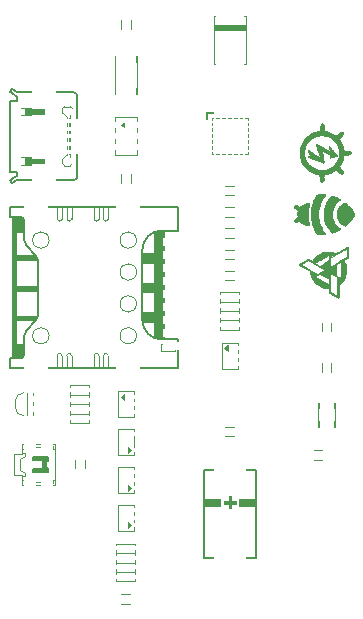
<source format=gto>
G04 #@! TF.GenerationSoftware,KiCad,Pcbnew,(5.1.9)-1*
G04 #@! TF.CreationDate,2023-01-31T21:08:26+01:00*
G04 #@! TF.ProjectId,Side,53696465-2e6b-4696-9361-645f70636258,rev?*
G04 #@! TF.SameCoordinates,PXd59f80PYd59f80*
G04 #@! TF.FileFunction,Legend,Top*
G04 #@! TF.FilePolarity,Positive*
%FSLAX46Y46*%
G04 Gerber Fmt 4.6, Leading zero omitted, Abs format (unit mm)*
G04 Created by KiCad (PCBNEW (5.1.9)-1) date 2023-01-31 21:08:26*
%MOMM*%
%LPD*%
G01*
G04 APERTURE LIST*
%ADD10C,0.010000*%
%ADD11C,0.050000*%
%ADD12C,0.080000*%
%ADD13C,0.060000*%
%ADD14C,0.100000*%
%ADD15C,0.200000*%
%ADD16C,0.150000*%
%ADD17C,0.120000*%
%ADD18C,0.070000*%
%ADD19C,0.030000*%
%ADD20R,0.900000X0.450000*%
%ADD21R,0.900000X0.350000*%
%ADD22R,1.000000X0.700000*%
%ADD23R,2.000000X1.200000*%
%ADD24R,2.000000X0.650000*%
%ADD25O,0.800000X0.800000*%
%ADD26R,1.000000X1.600000*%
%ADD27R,0.900000X0.250000*%
%ADD28R,0.250000X0.900000*%
%ADD29R,0.900000X0.270000*%
%ADD30R,0.800000X0.800000*%
%ADD31R,0.700000X1.000000*%
%ADD32R,2.000000X0.400000*%
%ADD33C,0.600000*%
%ADD34R,2.000000X2.000000*%
%ADD35R,1.100000X0.400000*%
%ADD36R,1.000000X0.600000*%
%ADD37R,1.200000X1.000000*%
%ADD38R,1.700000X1.200000*%
%ADD39R,2.400000X1.600000*%
%ADD40R,2.800000X2.800000*%
%ADD41R,1.200000X0.550000*%
%ADD42R,1.300000X1.000000*%
G04 APERTURE END LIST*
D10*
G36*
X23468264Y-30052744D02*
G01*
X23473204Y-30041078D01*
X23476560Y-30035012D01*
X23489005Y-30023398D01*
X23516860Y-30003266D01*
X23557793Y-29975997D01*
X23609471Y-29942972D01*
X23669563Y-29905571D01*
X23735738Y-29865175D01*
X23805663Y-29823164D01*
X23877008Y-29780921D01*
X23947439Y-29739824D01*
X24014626Y-29701256D01*
X24076238Y-29666595D01*
X24129941Y-29637225D01*
X24173405Y-29614524D01*
X24204298Y-29599874D01*
X24220214Y-29594657D01*
X24239766Y-29599776D01*
X24274126Y-29614806D01*
X24321030Y-29638635D01*
X24378214Y-29670154D01*
X24402554Y-29684139D01*
X24557519Y-29774118D01*
X24625728Y-29671439D01*
X24715082Y-29547276D01*
X24806621Y-29440990D01*
X24897970Y-29353961D01*
X25041597Y-29243626D01*
X25194717Y-29151229D01*
X25356909Y-29076982D01*
X25527752Y-29021093D01*
X25603165Y-29002888D01*
X25669472Y-28992027D01*
X25750284Y-28984296D01*
X25840178Y-28979739D01*
X25933734Y-28978397D01*
X26025529Y-28980315D01*
X26110141Y-28985534D01*
X26182150Y-28994098D01*
X26204520Y-28998124D01*
X26256845Y-29010529D01*
X26321445Y-29028559D01*
X26391782Y-29050164D01*
X26461317Y-29073290D01*
X26523512Y-29095887D01*
X26551247Y-29106940D01*
X26558683Y-29109670D01*
X26566654Y-29110964D01*
X26576678Y-29110042D01*
X26590270Y-29106129D01*
X26608948Y-29098447D01*
X26634227Y-29086220D01*
X26667624Y-29068670D01*
X26710656Y-29045021D01*
X26764837Y-29014496D01*
X26831686Y-28976318D01*
X26912718Y-28929710D01*
X27009450Y-28873895D01*
X27035820Y-28858668D01*
X27137909Y-28799796D01*
X27223977Y-28750393D01*
X27295537Y-28709661D01*
X27354105Y-28676804D01*
X27401195Y-28651026D01*
X27438321Y-28631531D01*
X27467000Y-28617521D01*
X27488745Y-28608202D01*
X27505071Y-28602775D01*
X27517492Y-28600444D01*
X27527059Y-28600373D01*
X27542116Y-28601875D01*
X27554604Y-28604830D01*
X27564764Y-28610996D01*
X27572838Y-28622132D01*
X27579066Y-28639994D01*
X27583689Y-28666343D01*
X27586948Y-28702935D01*
X27589085Y-28751530D01*
X27590339Y-28813885D01*
X27590953Y-28891759D01*
X27591167Y-28986910D01*
X27591210Y-29068380D01*
X27591200Y-29171327D01*
X27591033Y-29255869D01*
X27590629Y-29323919D01*
X27589907Y-29377395D01*
X27588783Y-29418208D01*
X27587178Y-29448276D01*
X27585009Y-29469511D01*
X27582195Y-29483830D01*
X27578656Y-29493145D01*
X27574308Y-29499373D01*
X27572809Y-29500951D01*
X27558255Y-29511817D01*
X27529181Y-29530648D01*
X27488794Y-29555471D01*
X27440297Y-29584313D01*
X27391491Y-29612575D01*
X27228724Y-29705649D01*
X27286536Y-29821023D01*
X27353564Y-29975066D01*
X27405726Y-30138698D01*
X27425960Y-30224080D01*
X27434611Y-30280854D01*
X27440658Y-30352638D01*
X27444105Y-30434292D01*
X27444957Y-30520675D01*
X27443220Y-30606648D01*
X27438899Y-30687068D01*
X27431999Y-30756795D01*
X27425384Y-30797752D01*
X27382189Y-30964869D01*
X27321871Y-31125475D01*
X27245624Y-31277549D01*
X27154641Y-31419068D01*
X27050116Y-31548012D01*
X26995671Y-31601280D01*
X26995671Y-31219760D01*
X26996736Y-31209871D01*
X26997746Y-31181288D01*
X26998685Y-31135637D01*
X26999540Y-31074542D01*
X27000296Y-30999631D01*
X27000938Y-30912529D01*
X27001451Y-30814862D01*
X27001821Y-30708255D01*
X27002033Y-30594335D01*
X27002080Y-30508560D01*
X27001974Y-30390401D01*
X27001667Y-30278401D01*
X27001178Y-30174186D01*
X27000524Y-30079379D01*
X26999722Y-29995602D01*
X26998788Y-29924479D01*
X26997742Y-29867634D01*
X26996600Y-29826689D01*
X26995380Y-29803268D01*
X26994460Y-29798168D01*
X26983873Y-29803317D01*
X26958329Y-29817319D01*
X26920385Y-29838726D01*
X26872598Y-29866087D01*
X26817526Y-29897951D01*
X26783640Y-29917699D01*
X26580440Y-30036424D01*
X26575162Y-30981234D01*
X26782212Y-31100497D01*
X26840887Y-31134144D01*
X26893650Y-31164114D01*
X26937978Y-31188997D01*
X26971345Y-31207381D01*
X26991226Y-31217857D01*
X26995671Y-31219760D01*
X26995671Y-31601280D01*
X26933242Y-31662360D01*
X26896963Y-31692701D01*
X26809343Y-31763320D01*
X26809191Y-32302766D01*
X26809137Y-32421228D01*
X26809005Y-32521034D01*
X26808736Y-32603850D01*
X26808269Y-32671340D01*
X26807543Y-32725168D01*
X26806499Y-32767000D01*
X26805075Y-32798499D01*
X26803212Y-32821331D01*
X26800849Y-32837160D01*
X26797925Y-32847651D01*
X26794380Y-32854469D01*
X26790154Y-32859278D01*
X26788949Y-32860392D01*
X26763195Y-32873561D01*
X26735609Y-32872961D01*
X26721991Y-32867274D01*
X26699820Y-32856204D01*
X26699820Y-32743627D01*
X26701011Y-32733743D01*
X26702145Y-32705066D01*
X26703208Y-32659124D01*
X26704185Y-32597445D01*
X26705061Y-32521555D01*
X26705822Y-32432982D01*
X26706454Y-32333253D01*
X26706942Y-32223896D01*
X26707271Y-32106439D01*
X26707428Y-31982408D01*
X26707440Y-31938343D01*
X26707440Y-31132925D01*
X26395694Y-30952995D01*
X26323576Y-30911453D01*
X26257294Y-30873428D01*
X26198832Y-30840048D01*
X26150175Y-30812439D01*
X26113311Y-30791730D01*
X26090224Y-30779046D01*
X26087421Y-30777671D01*
X26087421Y-30245723D01*
X26146709Y-30212042D01*
X26165208Y-30201451D01*
X26199747Y-30181592D01*
X26248775Y-30153362D01*
X26310735Y-30117655D01*
X26384076Y-30075369D01*
X26467242Y-30027399D01*
X26558681Y-29974642D01*
X26656837Y-29917993D01*
X26760158Y-29858349D01*
X26847878Y-29807699D01*
X27489760Y-29437037D01*
X27489760Y-29078719D01*
X27489552Y-28995691D01*
X27488960Y-28919484D01*
X27488034Y-28852384D01*
X27486823Y-28796680D01*
X27485374Y-28754660D01*
X27483736Y-28728610D01*
X27482140Y-28720712D01*
X27472350Y-28725725D01*
X27446324Y-28740151D01*
X27405408Y-28763219D01*
X27350951Y-28794159D01*
X27284300Y-28832199D01*
X27206801Y-28876569D01*
X27119804Y-28926499D01*
X27024654Y-28981218D01*
X26922700Y-29039954D01*
X26815290Y-29101938D01*
X26783640Y-29120221D01*
X26092760Y-29519420D01*
X26090090Y-29882571D01*
X26087421Y-30245723D01*
X26087421Y-30777671D01*
X26082861Y-30775433D01*
X26082759Y-30785714D01*
X26082792Y-30814788D01*
X26082952Y-30861128D01*
X26083230Y-30923206D01*
X26083619Y-30999495D01*
X26084111Y-31088470D01*
X26084696Y-31188602D01*
X26085367Y-31298365D01*
X26086116Y-31416232D01*
X26086934Y-31540676D01*
X26087267Y-31590263D01*
X26092760Y-32402726D01*
X26392480Y-32573109D01*
X26463609Y-32613425D01*
X26529152Y-32650346D01*
X26587013Y-32682708D01*
X26635097Y-32709349D01*
X26671310Y-32729108D01*
X26693555Y-32740821D01*
X26699820Y-32743627D01*
X26699820Y-32856204D01*
X26693073Y-32852835D01*
X26651211Y-32830949D01*
X26598760Y-32802924D01*
X26538077Y-32770066D01*
X26471517Y-32733682D01*
X26401436Y-32695079D01*
X26330189Y-32655563D01*
X26260132Y-32616440D01*
X26193621Y-32579019D01*
X26133011Y-32544604D01*
X26080658Y-32514503D01*
X26038918Y-32490023D01*
X26016925Y-32476606D01*
X26016925Y-31790475D01*
X26014202Y-31544151D01*
X26011480Y-31297828D01*
X25607690Y-31064791D01*
X25203901Y-30831755D01*
X24998335Y-30950229D01*
X24998335Y-30866491D01*
X25008938Y-30862280D01*
X25034519Y-30849205D01*
X25072632Y-30828671D01*
X25120830Y-30802079D01*
X25176664Y-30770831D01*
X25237688Y-30736331D01*
X25301455Y-30699981D01*
X25365516Y-30663182D01*
X25427426Y-30627338D01*
X25484736Y-30593851D01*
X25534999Y-30564124D01*
X25575767Y-30539559D01*
X25604595Y-30521558D01*
X25619033Y-30511524D01*
X25620239Y-30510105D01*
X25611639Y-30504111D01*
X25586751Y-30488768D01*
X25546904Y-30464855D01*
X25493425Y-30433151D01*
X25427641Y-30394434D01*
X25350882Y-30349483D01*
X25264476Y-30299078D01*
X25201398Y-30262400D01*
X25201398Y-30183001D01*
X25212598Y-30178159D01*
X25239553Y-30164125D01*
X25280446Y-30141910D01*
X25333461Y-30112526D01*
X25396781Y-30076988D01*
X25468591Y-30036305D01*
X25547074Y-29991493D01*
X25615263Y-29952300D01*
X26016249Y-29721160D01*
X26016404Y-29475183D01*
X26016560Y-29229205D01*
X25785420Y-29362703D01*
X25723494Y-29398462D01*
X25647553Y-29442303D01*
X25561183Y-29492157D01*
X25467970Y-29545952D01*
X25371503Y-29601620D01*
X25275366Y-29657090D01*
X25183147Y-29710292D01*
X25174356Y-29715363D01*
X25094440Y-29761706D01*
X25020287Y-29805173D01*
X24953692Y-29844679D01*
X24896449Y-29879138D01*
X24850351Y-29907465D01*
X24817192Y-29928573D01*
X24798765Y-29941377D01*
X24795527Y-29944683D01*
X24804218Y-29952396D01*
X24827608Y-29968238D01*
X24862658Y-29990424D01*
X24906328Y-30017169D01*
X24955579Y-30046689D01*
X25007372Y-30077200D01*
X25058668Y-30106916D01*
X25106427Y-30134053D01*
X25147610Y-30156826D01*
X25179179Y-30173452D01*
X25198093Y-30182145D01*
X25201398Y-30183001D01*
X25201398Y-30262400D01*
X25169749Y-30243997D01*
X25068031Y-30185019D01*
X24960649Y-30122923D01*
X24925480Y-30102620D01*
X24816467Y-30039753D01*
X24712559Y-29979902D01*
X24615094Y-29923836D01*
X24525414Y-29872322D01*
X24444860Y-29826127D01*
X24374772Y-29786020D01*
X24316491Y-29752769D01*
X24271357Y-29727141D01*
X24240712Y-29709904D01*
X24225895Y-29701825D01*
X24224720Y-29701300D01*
X24214597Y-29706088D01*
X24189542Y-29719780D01*
X24151991Y-29740953D01*
X24104377Y-29768183D01*
X24049134Y-29800047D01*
X23988695Y-29835120D01*
X23925495Y-29871978D01*
X23861968Y-29909197D01*
X23800547Y-29945355D01*
X23743666Y-29979025D01*
X23693759Y-30008786D01*
X23653260Y-30033213D01*
X23624602Y-30050881D01*
X23610220Y-30060368D01*
X23609004Y-30061520D01*
X23617504Y-30067121D01*
X23641996Y-30081922D01*
X23680862Y-30104985D01*
X23732484Y-30135374D01*
X23795242Y-30172149D01*
X23867520Y-30214375D01*
X23947699Y-30261112D01*
X24034159Y-30311424D01*
X24125284Y-30364372D01*
X24219455Y-30419020D01*
X24315053Y-30474429D01*
X24410461Y-30529663D01*
X24504059Y-30583782D01*
X24594230Y-30635850D01*
X24679355Y-30684929D01*
X24757817Y-30730082D01*
X24827996Y-30770370D01*
X24888274Y-30804857D01*
X24937034Y-30832604D01*
X24972656Y-30852673D01*
X24993524Y-30864128D01*
X24998335Y-30866491D01*
X24998335Y-30950229D01*
X24995550Y-30951835D01*
X24937026Y-30985781D01*
X24884857Y-31016455D01*
X24841473Y-31042395D01*
X24809305Y-31062136D01*
X24790786Y-31074215D01*
X24787218Y-31077258D01*
X24795733Y-31082915D01*
X24820115Y-31097710D01*
X24858627Y-31120632D01*
X24909529Y-31150671D01*
X24971084Y-31186818D01*
X25041554Y-31228062D01*
X25119201Y-31273394D01*
X25202287Y-31321802D01*
X25289074Y-31372278D01*
X25377824Y-31423811D01*
X25466799Y-31475391D01*
X25554261Y-31526009D01*
X25638473Y-31574653D01*
X25717695Y-31620314D01*
X25790191Y-31661982D01*
X25854222Y-31698648D01*
X25908051Y-31729300D01*
X25947384Y-31751498D01*
X26016925Y-31790475D01*
X26016925Y-32476606D01*
X26010146Y-32472470D01*
X25996699Y-32463151D01*
X25996576Y-32463031D01*
X25994691Y-32451686D01*
X25992576Y-32423160D01*
X25990388Y-32380588D01*
X25988282Y-32327105D01*
X25986416Y-32265845D01*
X25986080Y-32252721D01*
X25984277Y-32183385D01*
X25982576Y-32131789D01*
X25980652Y-32095355D01*
X25978184Y-32071509D01*
X25974848Y-32057673D01*
X25970322Y-32051270D01*
X25964282Y-32049726D01*
X25960680Y-32049962D01*
X25934632Y-32050453D01*
X25893274Y-32048654D01*
X25841428Y-32045010D01*
X25783918Y-32039968D01*
X25725569Y-32033973D01*
X25671204Y-32027472D01*
X25625646Y-32020910D01*
X25603722Y-32016962D01*
X25437759Y-31972974D01*
X25278270Y-31910451D01*
X25126831Y-31830577D01*
X24985017Y-31734539D01*
X24854405Y-31623520D01*
X24736570Y-31498706D01*
X24633088Y-31361283D01*
X24552856Y-31226527D01*
X24495838Y-31107405D01*
X24451346Y-30988733D01*
X24417191Y-30863782D01*
X24392348Y-30733295D01*
X24375720Y-30627829D01*
X23934077Y-30372615D01*
X23829005Y-30311816D01*
X23740293Y-30260177D01*
X23666671Y-30216760D01*
X23606866Y-30180624D01*
X23559606Y-30150833D01*
X23523619Y-30126447D01*
X23497634Y-30106527D01*
X23480378Y-30090136D01*
X23470578Y-30076334D01*
X23466965Y-30064182D01*
X23468264Y-30052744D01*
G37*
X23468264Y-30052744D02*
X23473204Y-30041078D01*
X23476560Y-30035012D01*
X23489005Y-30023398D01*
X23516860Y-30003266D01*
X23557793Y-29975997D01*
X23609471Y-29942972D01*
X23669563Y-29905571D01*
X23735738Y-29865175D01*
X23805663Y-29823164D01*
X23877008Y-29780921D01*
X23947439Y-29739824D01*
X24014626Y-29701256D01*
X24076238Y-29666595D01*
X24129941Y-29637225D01*
X24173405Y-29614524D01*
X24204298Y-29599874D01*
X24220214Y-29594657D01*
X24239766Y-29599776D01*
X24274126Y-29614806D01*
X24321030Y-29638635D01*
X24378214Y-29670154D01*
X24402554Y-29684139D01*
X24557519Y-29774118D01*
X24625728Y-29671439D01*
X24715082Y-29547276D01*
X24806621Y-29440990D01*
X24897970Y-29353961D01*
X25041597Y-29243626D01*
X25194717Y-29151229D01*
X25356909Y-29076982D01*
X25527752Y-29021093D01*
X25603165Y-29002888D01*
X25669472Y-28992027D01*
X25750284Y-28984296D01*
X25840178Y-28979739D01*
X25933734Y-28978397D01*
X26025529Y-28980315D01*
X26110141Y-28985534D01*
X26182150Y-28994098D01*
X26204520Y-28998124D01*
X26256845Y-29010529D01*
X26321445Y-29028559D01*
X26391782Y-29050164D01*
X26461317Y-29073290D01*
X26523512Y-29095887D01*
X26551247Y-29106940D01*
X26558683Y-29109670D01*
X26566654Y-29110964D01*
X26576678Y-29110042D01*
X26590270Y-29106129D01*
X26608948Y-29098447D01*
X26634227Y-29086220D01*
X26667624Y-29068670D01*
X26710656Y-29045021D01*
X26764837Y-29014496D01*
X26831686Y-28976318D01*
X26912718Y-28929710D01*
X27009450Y-28873895D01*
X27035820Y-28858668D01*
X27137909Y-28799796D01*
X27223977Y-28750393D01*
X27295537Y-28709661D01*
X27354105Y-28676804D01*
X27401195Y-28651026D01*
X27438321Y-28631531D01*
X27467000Y-28617521D01*
X27488745Y-28608202D01*
X27505071Y-28602775D01*
X27517492Y-28600444D01*
X27527059Y-28600373D01*
X27542116Y-28601875D01*
X27554604Y-28604830D01*
X27564764Y-28610996D01*
X27572838Y-28622132D01*
X27579066Y-28639994D01*
X27583689Y-28666343D01*
X27586948Y-28702935D01*
X27589085Y-28751530D01*
X27590339Y-28813885D01*
X27590953Y-28891759D01*
X27591167Y-28986910D01*
X27591210Y-29068380D01*
X27591200Y-29171327D01*
X27591033Y-29255869D01*
X27590629Y-29323919D01*
X27589907Y-29377395D01*
X27588783Y-29418208D01*
X27587178Y-29448276D01*
X27585009Y-29469511D01*
X27582195Y-29483830D01*
X27578656Y-29493145D01*
X27574308Y-29499373D01*
X27572809Y-29500951D01*
X27558255Y-29511817D01*
X27529181Y-29530648D01*
X27488794Y-29555471D01*
X27440297Y-29584313D01*
X27391491Y-29612575D01*
X27228724Y-29705649D01*
X27286536Y-29821023D01*
X27353564Y-29975066D01*
X27405726Y-30138698D01*
X27425960Y-30224080D01*
X27434611Y-30280854D01*
X27440658Y-30352638D01*
X27444105Y-30434292D01*
X27444957Y-30520675D01*
X27443220Y-30606648D01*
X27438899Y-30687068D01*
X27431999Y-30756795D01*
X27425384Y-30797752D01*
X27382189Y-30964869D01*
X27321871Y-31125475D01*
X27245624Y-31277549D01*
X27154641Y-31419068D01*
X27050116Y-31548012D01*
X26995671Y-31601280D01*
X26995671Y-31219760D01*
X26996736Y-31209871D01*
X26997746Y-31181288D01*
X26998685Y-31135637D01*
X26999540Y-31074542D01*
X27000296Y-30999631D01*
X27000938Y-30912529D01*
X27001451Y-30814862D01*
X27001821Y-30708255D01*
X27002033Y-30594335D01*
X27002080Y-30508560D01*
X27001974Y-30390401D01*
X27001667Y-30278401D01*
X27001178Y-30174186D01*
X27000524Y-30079379D01*
X26999722Y-29995602D01*
X26998788Y-29924479D01*
X26997742Y-29867634D01*
X26996600Y-29826689D01*
X26995380Y-29803268D01*
X26994460Y-29798168D01*
X26983873Y-29803317D01*
X26958329Y-29817319D01*
X26920385Y-29838726D01*
X26872598Y-29866087D01*
X26817526Y-29897951D01*
X26783640Y-29917699D01*
X26580440Y-30036424D01*
X26575162Y-30981234D01*
X26782212Y-31100497D01*
X26840887Y-31134144D01*
X26893650Y-31164114D01*
X26937978Y-31188997D01*
X26971345Y-31207381D01*
X26991226Y-31217857D01*
X26995671Y-31219760D01*
X26995671Y-31601280D01*
X26933242Y-31662360D01*
X26896963Y-31692701D01*
X26809343Y-31763320D01*
X26809191Y-32302766D01*
X26809137Y-32421228D01*
X26809005Y-32521034D01*
X26808736Y-32603850D01*
X26808269Y-32671340D01*
X26807543Y-32725168D01*
X26806499Y-32767000D01*
X26805075Y-32798499D01*
X26803212Y-32821331D01*
X26800849Y-32837160D01*
X26797925Y-32847651D01*
X26794380Y-32854469D01*
X26790154Y-32859278D01*
X26788949Y-32860392D01*
X26763195Y-32873561D01*
X26735609Y-32872961D01*
X26721991Y-32867274D01*
X26699820Y-32856204D01*
X26699820Y-32743627D01*
X26701011Y-32733743D01*
X26702145Y-32705066D01*
X26703208Y-32659124D01*
X26704185Y-32597445D01*
X26705061Y-32521555D01*
X26705822Y-32432982D01*
X26706454Y-32333253D01*
X26706942Y-32223896D01*
X26707271Y-32106439D01*
X26707428Y-31982408D01*
X26707440Y-31938343D01*
X26707440Y-31132925D01*
X26395694Y-30952995D01*
X26323576Y-30911453D01*
X26257294Y-30873428D01*
X26198832Y-30840048D01*
X26150175Y-30812439D01*
X26113311Y-30791730D01*
X26090224Y-30779046D01*
X26087421Y-30777671D01*
X26087421Y-30245723D01*
X26146709Y-30212042D01*
X26165208Y-30201451D01*
X26199747Y-30181592D01*
X26248775Y-30153362D01*
X26310735Y-30117655D01*
X26384076Y-30075369D01*
X26467242Y-30027399D01*
X26558681Y-29974642D01*
X26656837Y-29917993D01*
X26760158Y-29858349D01*
X26847878Y-29807699D01*
X27489760Y-29437037D01*
X27489760Y-29078719D01*
X27489552Y-28995691D01*
X27488960Y-28919484D01*
X27488034Y-28852384D01*
X27486823Y-28796680D01*
X27485374Y-28754660D01*
X27483736Y-28728610D01*
X27482140Y-28720712D01*
X27472350Y-28725725D01*
X27446324Y-28740151D01*
X27405408Y-28763219D01*
X27350951Y-28794159D01*
X27284300Y-28832199D01*
X27206801Y-28876569D01*
X27119804Y-28926499D01*
X27024654Y-28981218D01*
X26922700Y-29039954D01*
X26815290Y-29101938D01*
X26783640Y-29120221D01*
X26092760Y-29519420D01*
X26090090Y-29882571D01*
X26087421Y-30245723D01*
X26087421Y-30777671D01*
X26082861Y-30775433D01*
X26082759Y-30785714D01*
X26082792Y-30814788D01*
X26082952Y-30861128D01*
X26083230Y-30923206D01*
X26083619Y-30999495D01*
X26084111Y-31088470D01*
X26084696Y-31188602D01*
X26085367Y-31298365D01*
X26086116Y-31416232D01*
X26086934Y-31540676D01*
X26087267Y-31590263D01*
X26092760Y-32402726D01*
X26392480Y-32573109D01*
X26463609Y-32613425D01*
X26529152Y-32650346D01*
X26587013Y-32682708D01*
X26635097Y-32709349D01*
X26671310Y-32729108D01*
X26693555Y-32740821D01*
X26699820Y-32743627D01*
X26699820Y-32856204D01*
X26693073Y-32852835D01*
X26651211Y-32830949D01*
X26598760Y-32802924D01*
X26538077Y-32770066D01*
X26471517Y-32733682D01*
X26401436Y-32695079D01*
X26330189Y-32655563D01*
X26260132Y-32616440D01*
X26193621Y-32579019D01*
X26133011Y-32544604D01*
X26080658Y-32514503D01*
X26038918Y-32490023D01*
X26016925Y-32476606D01*
X26016925Y-31790475D01*
X26014202Y-31544151D01*
X26011480Y-31297828D01*
X25607690Y-31064791D01*
X25203901Y-30831755D01*
X24998335Y-30950229D01*
X24998335Y-30866491D01*
X25008938Y-30862280D01*
X25034519Y-30849205D01*
X25072632Y-30828671D01*
X25120830Y-30802079D01*
X25176664Y-30770831D01*
X25237688Y-30736331D01*
X25301455Y-30699981D01*
X25365516Y-30663182D01*
X25427426Y-30627338D01*
X25484736Y-30593851D01*
X25534999Y-30564124D01*
X25575767Y-30539559D01*
X25604595Y-30521558D01*
X25619033Y-30511524D01*
X25620239Y-30510105D01*
X25611639Y-30504111D01*
X25586751Y-30488768D01*
X25546904Y-30464855D01*
X25493425Y-30433151D01*
X25427641Y-30394434D01*
X25350882Y-30349483D01*
X25264476Y-30299078D01*
X25201398Y-30262400D01*
X25201398Y-30183001D01*
X25212598Y-30178159D01*
X25239553Y-30164125D01*
X25280446Y-30141910D01*
X25333461Y-30112526D01*
X25396781Y-30076988D01*
X25468591Y-30036305D01*
X25547074Y-29991493D01*
X25615263Y-29952300D01*
X26016249Y-29721160D01*
X26016404Y-29475183D01*
X26016560Y-29229205D01*
X25785420Y-29362703D01*
X25723494Y-29398462D01*
X25647553Y-29442303D01*
X25561183Y-29492157D01*
X25467970Y-29545952D01*
X25371503Y-29601620D01*
X25275366Y-29657090D01*
X25183147Y-29710292D01*
X25174356Y-29715363D01*
X25094440Y-29761706D01*
X25020287Y-29805173D01*
X24953692Y-29844679D01*
X24896449Y-29879138D01*
X24850351Y-29907465D01*
X24817192Y-29928573D01*
X24798765Y-29941377D01*
X24795527Y-29944683D01*
X24804218Y-29952396D01*
X24827608Y-29968238D01*
X24862658Y-29990424D01*
X24906328Y-30017169D01*
X24955579Y-30046689D01*
X25007372Y-30077200D01*
X25058668Y-30106916D01*
X25106427Y-30134053D01*
X25147610Y-30156826D01*
X25179179Y-30173452D01*
X25198093Y-30182145D01*
X25201398Y-30183001D01*
X25201398Y-30262400D01*
X25169749Y-30243997D01*
X25068031Y-30185019D01*
X24960649Y-30122923D01*
X24925480Y-30102620D01*
X24816467Y-30039753D01*
X24712559Y-29979902D01*
X24615094Y-29923836D01*
X24525414Y-29872322D01*
X24444860Y-29826127D01*
X24374772Y-29786020D01*
X24316491Y-29752769D01*
X24271357Y-29727141D01*
X24240712Y-29709904D01*
X24225895Y-29701825D01*
X24224720Y-29701300D01*
X24214597Y-29706088D01*
X24189542Y-29719780D01*
X24151991Y-29740953D01*
X24104377Y-29768183D01*
X24049134Y-29800047D01*
X23988695Y-29835120D01*
X23925495Y-29871978D01*
X23861968Y-29909197D01*
X23800547Y-29945355D01*
X23743666Y-29979025D01*
X23693759Y-30008786D01*
X23653260Y-30033213D01*
X23624602Y-30050881D01*
X23610220Y-30060368D01*
X23609004Y-30061520D01*
X23617504Y-30067121D01*
X23641996Y-30081922D01*
X23680862Y-30104985D01*
X23732484Y-30135374D01*
X23795242Y-30172149D01*
X23867520Y-30214375D01*
X23947699Y-30261112D01*
X24034159Y-30311424D01*
X24125284Y-30364372D01*
X24219455Y-30419020D01*
X24315053Y-30474429D01*
X24410461Y-30529663D01*
X24504059Y-30583782D01*
X24594230Y-30635850D01*
X24679355Y-30684929D01*
X24757817Y-30730082D01*
X24827996Y-30770370D01*
X24888274Y-30804857D01*
X24937034Y-30832604D01*
X24972656Y-30852673D01*
X24993524Y-30864128D01*
X24998335Y-30866491D01*
X24998335Y-30950229D01*
X24995550Y-30951835D01*
X24937026Y-30985781D01*
X24884857Y-31016455D01*
X24841473Y-31042395D01*
X24809305Y-31062136D01*
X24790786Y-31074215D01*
X24787218Y-31077258D01*
X24795733Y-31082915D01*
X24820115Y-31097710D01*
X24858627Y-31120632D01*
X24909529Y-31150671D01*
X24971084Y-31186818D01*
X25041554Y-31228062D01*
X25119201Y-31273394D01*
X25202287Y-31321802D01*
X25289074Y-31372278D01*
X25377824Y-31423811D01*
X25466799Y-31475391D01*
X25554261Y-31526009D01*
X25638473Y-31574653D01*
X25717695Y-31620314D01*
X25790191Y-31661982D01*
X25854222Y-31698648D01*
X25908051Y-31729300D01*
X25947384Y-31751498D01*
X26016925Y-31790475D01*
X26016925Y-32476606D01*
X26010146Y-32472470D01*
X25996699Y-32463151D01*
X25996576Y-32463031D01*
X25994691Y-32451686D01*
X25992576Y-32423160D01*
X25990388Y-32380588D01*
X25988282Y-32327105D01*
X25986416Y-32265845D01*
X25986080Y-32252721D01*
X25984277Y-32183385D01*
X25982576Y-32131789D01*
X25980652Y-32095355D01*
X25978184Y-32071509D01*
X25974848Y-32057673D01*
X25970322Y-32051270D01*
X25964282Y-32049726D01*
X25960680Y-32049962D01*
X25934632Y-32050453D01*
X25893274Y-32048654D01*
X25841428Y-32045010D01*
X25783918Y-32039968D01*
X25725569Y-32033973D01*
X25671204Y-32027472D01*
X25625646Y-32020910D01*
X25603722Y-32016962D01*
X25437759Y-31972974D01*
X25278270Y-31910451D01*
X25126831Y-31830577D01*
X24985017Y-31734539D01*
X24854405Y-31623520D01*
X24736570Y-31498706D01*
X24633088Y-31361283D01*
X24552856Y-31226527D01*
X24495838Y-31107405D01*
X24451346Y-30988733D01*
X24417191Y-30863782D01*
X24392348Y-30733295D01*
X24375720Y-30627829D01*
X23934077Y-30372615D01*
X23829005Y-30311816D01*
X23740293Y-30260177D01*
X23666671Y-30216760D01*
X23606866Y-30180624D01*
X23559606Y-30150833D01*
X23523619Y-30126447D01*
X23497634Y-30106527D01*
X23480378Y-30090136D01*
X23470578Y-30076334D01*
X23466965Y-30064182D01*
X23468264Y-30052744D01*
D11*
G36*
X8950000Y-45500000D02*
G01*
X9250000Y-45750000D01*
X8950000Y-46000000D01*
X8950000Y-45500000D01*
G37*
X8950000Y-45500000D02*
X9250000Y-45750000D01*
X8950000Y-46000000D01*
X8950000Y-45500000D01*
D12*
X9500000Y-44000000D02*
X9500000Y-46200000D01*
X9500000Y-46200000D02*
X8100000Y-46200000D01*
X8100000Y-46200000D02*
X8100000Y-44000000D01*
X8100000Y-44000000D02*
X9500000Y-44000000D01*
X9500000Y-50400000D02*
X9500000Y-52600000D01*
X9500000Y-52600000D02*
X8100000Y-52600000D01*
X8100000Y-52600000D02*
X8100000Y-50400000D01*
X8100000Y-50400000D02*
X9500000Y-50400000D01*
D11*
G36*
X8950000Y-51900000D02*
G01*
X9250000Y-52150000D01*
X8950000Y-52400000D01*
X8950000Y-51900000D01*
G37*
X8950000Y-51900000D02*
X9250000Y-52150000D01*
X8950000Y-52400000D01*
X8950000Y-51900000D01*
D13*
X9200000Y-9000000D02*
X8400000Y-9000000D01*
X9200000Y-10600000D02*
X9200000Y-9000000D01*
X8400000Y-10600000D02*
X9200000Y-10600000D01*
X8400000Y-9000000D02*
X8400000Y-10600000D01*
X9200000Y-10300000D02*
X8400000Y-10300000D01*
X9200000Y-9300000D02*
X8400000Y-9300000D01*
X9200000Y-10350000D02*
X8400000Y-10350000D01*
X8400000Y-10550000D02*
X9200000Y-10550000D01*
X8400000Y-10500000D02*
X9200000Y-10500000D01*
X9200000Y-10450000D02*
X8400000Y-10450000D01*
X8400000Y-10400000D02*
X9200000Y-10400000D01*
X8400000Y-9100000D02*
X9200000Y-9100000D01*
X9200000Y-9150000D02*
X8400000Y-9150000D01*
X8400000Y-9200000D02*
X9200000Y-9200000D01*
X8400000Y-9250000D02*
X9200000Y-9250000D01*
X9200000Y-9050000D02*
X8400000Y-9050000D01*
X9200000Y-9000000D02*
X8400000Y-9000000D01*
X8400000Y-9300000D02*
X9200000Y-9300000D01*
D14*
X7300000Y-37800000D02*
X7300000Y-38800000D01*
X6900000Y-37800000D02*
X6900000Y-38800000D01*
X6500000Y-37800000D02*
X6500000Y-38800000D01*
X6100000Y-37800000D02*
X6100000Y-38800000D01*
X3400000Y-37800000D02*
X3400000Y-38800000D01*
X3000000Y-37800000D02*
X3000000Y-38800000D01*
X4200000Y-37800000D02*
X4200000Y-38800000D01*
X3800000Y-37800000D02*
X3800000Y-38800000D01*
X3800000Y-26200000D02*
X3800000Y-25200000D01*
X4200000Y-26200000D02*
X4200000Y-25200000D01*
X3400000Y-26200000D02*
X3400000Y-25200000D01*
X3000000Y-26200000D02*
X3000000Y-25200000D01*
X7300000Y-26200000D02*
X7300000Y-25200000D01*
X6900000Y-26200000D02*
X6900000Y-25200000D01*
G36*
X-500000Y-32300000D02*
G01*
X-500000Y-34400000D01*
X1400000Y-34400000D01*
X1100000Y-34800000D01*
X-500000Y-34800000D01*
X-500000Y-36800000D01*
X200000Y-36800000D01*
X200000Y-37700000D01*
X0Y-38000000D01*
X-800000Y-38000000D01*
X-800000Y-26000000D01*
X-100000Y-26000000D01*
X100000Y-26100000D01*
X200000Y-26400000D01*
X200000Y-27300000D01*
X-500000Y-27300000D01*
X-500000Y-29300000D01*
X1100000Y-29300000D01*
X1400000Y-29700000D01*
X-500000Y-29700000D01*
X-500000Y-31900000D01*
X1400000Y-31900000D01*
X1400000Y-32300000D01*
X-500000Y-32300000D01*
G37*
X-500000Y-32300000D02*
X-500000Y-34400000D01*
X1400000Y-34400000D01*
X1100000Y-34800000D01*
X-500000Y-34800000D01*
X-500000Y-36800000D01*
X200000Y-36800000D01*
X200000Y-37700000D01*
X0Y-38000000D01*
X-800000Y-38000000D01*
X-800000Y-26000000D01*
X-100000Y-26000000D01*
X100000Y-26100000D01*
X200000Y-26400000D01*
X200000Y-27300000D01*
X-500000Y-27300000D01*
X-500000Y-29300000D01*
X1100000Y-29300000D01*
X1400000Y-29700000D01*
X-500000Y-29700000D01*
X-500000Y-31900000D01*
X1400000Y-31900000D01*
X1400000Y-32300000D01*
X-500000Y-32300000D01*
D15*
X10200000Y-34800000D02*
X10200000Y-28800000D01*
D14*
G36*
X11600000Y-36400000D02*
G01*
X11200000Y-36300000D01*
X11200000Y-34900000D01*
X10200000Y-34900000D01*
X10200000Y-34100000D01*
X11200000Y-34100000D01*
X11200000Y-32400000D01*
X10200000Y-32400000D01*
X10200000Y-31600000D01*
X11200000Y-31600000D01*
X11200000Y-29900000D01*
X10200000Y-29900000D01*
X10200000Y-29100000D01*
X11200000Y-29100000D01*
X11200000Y-27400000D01*
X11300000Y-27300000D01*
X11700000Y-27200000D01*
X12000000Y-27200000D01*
X12000000Y-36400000D01*
X11600000Y-36400000D01*
G37*
X11600000Y-36400000D02*
X11200000Y-36300000D01*
X11200000Y-34900000D01*
X10200000Y-34900000D01*
X10200000Y-34100000D01*
X11200000Y-34100000D01*
X11200000Y-32400000D01*
X10200000Y-32400000D01*
X10200000Y-31600000D01*
X11200000Y-31600000D01*
X11200000Y-29900000D01*
X10200000Y-29900000D01*
X10200000Y-29100000D01*
X11200000Y-29100000D01*
X11200000Y-27400000D01*
X11300000Y-27300000D01*
X11700000Y-27200000D01*
X12000000Y-27200000D01*
X12000000Y-36400000D01*
X11600000Y-36400000D01*
D15*
X-1000000Y-38000000D02*
X-200000Y-38000000D01*
X13200000Y-38800000D02*
X-1000000Y-38800000D01*
X-1000000Y-38000000D02*
X-1000000Y-38800000D01*
X200000Y-36100000D02*
X200000Y-37600000D01*
X1400000Y-29800000D02*
X1400000Y-34300000D01*
X1224264Y-34724264D02*
X375736Y-35675736D01*
X375736Y-28424264D02*
X1224264Y-29375736D01*
X-1000000Y-26000000D02*
X-200000Y-26000000D01*
X-1000000Y-25200000D02*
X-1000000Y-26000000D01*
X200000Y-26400000D02*
X200000Y-28000000D01*
D14*
X2300000Y-28000000D02*
G75*
G03*
X2300000Y-28000000I-700000J0D01*
G01*
X2300000Y-36100000D02*
G75*
G03*
X2300000Y-36100000I-700000J0D01*
G01*
X9700000Y-36100000D02*
G75*
G03*
X9700000Y-36100000I-700000J0D01*
G01*
X9700000Y-33400000D02*
G75*
G03*
X9700000Y-33400000I-700000J0D01*
G01*
X9700000Y-30700000D02*
G75*
G03*
X9700000Y-30700000I-700000J0D01*
G01*
X9700000Y-28000000D02*
G75*
G03*
X9700000Y-28000000I-700000J0D01*
G01*
X6500000Y-26200000D02*
X6500000Y-25200000D01*
X6100000Y-26200000D02*
X6100000Y-25200000D01*
D15*
X11800000Y-36400000D02*
X13200000Y-36400000D01*
X13200000Y-38800000D02*
X13200000Y-36400000D01*
X11800000Y-27200000D02*
X13200000Y-27200000D01*
X13200000Y-25200000D02*
X-1000000Y-25200000D01*
X13200000Y-27200000D02*
X13200000Y-25200000D01*
D14*
X13000000Y-36800000D02*
X13000000Y-37400000D01*
X13000000Y-37400000D02*
X11800000Y-37400000D01*
X11800000Y-37400000D02*
X11800000Y-36800000D01*
X11800000Y-36800000D02*
X13000000Y-36800000D01*
X3800000Y-37800000D02*
G75*
G02*
X4200000Y-37800000I200000J0D01*
G01*
X3000000Y-37800000D02*
G75*
G02*
X3400000Y-37800000I200000J0D01*
G01*
X6100000Y-37800000D02*
G75*
G02*
X6500000Y-37800000I200000J0D01*
G01*
X6900000Y-37800000D02*
G75*
G02*
X7300000Y-37800000I200000J0D01*
G01*
X3400000Y-26200000D02*
G75*
G02*
X3000000Y-26200000I-200000J0D01*
G01*
X4200000Y-26200000D02*
G75*
G02*
X3800000Y-26200000I-200000J0D01*
G01*
X7300000Y-26200000D02*
G75*
G02*
X6900000Y-26200000I-200000J0D01*
G01*
D15*
X200000Y-37600000D02*
G75*
G02*
X-200000Y-38000000I-400000J0D01*
G01*
X1224264Y-34724264D02*
G75*
G03*
X1400000Y-34300000I-424264J424264D01*
G01*
X375736Y-35675736D02*
G75*
G03*
X200000Y-36100000I424264J-424264D01*
G01*
X1224264Y-29375736D02*
G75*
G02*
X1400000Y-29800000I-424264J-424264D01*
G01*
X375736Y-28424264D02*
G75*
G02*
X200000Y-28000000I424264J424264D01*
G01*
X-200000Y-26000000D02*
G75*
G02*
X200000Y-26400000I0J-400000D01*
G01*
D14*
X6500000Y-26200000D02*
G75*
G02*
X6100000Y-26200000I-200000J0D01*
G01*
D15*
X11800000Y-36400000D02*
G75*
G02*
X10200000Y-34800000I0J1600000D01*
G01*
X10200000Y-28800000D02*
G75*
G02*
X11800000Y-27200000I1600000J0D01*
G01*
D16*
G36*
X2000000Y-46700000D02*
G01*
X2000000Y-47300000D01*
X2200000Y-47300000D01*
X2200000Y-47600000D01*
X900000Y-47600000D01*
X900000Y-47400000D01*
X1800000Y-47400000D01*
X1800000Y-46600000D01*
X900000Y-46600000D01*
X900000Y-46400000D01*
X2200000Y-46400000D01*
X2200000Y-46700000D01*
X2000000Y-46700000D01*
G37*
X2000000Y-46700000D02*
X2000000Y-47300000D01*
X2200000Y-47300000D01*
X2200000Y-47600000D01*
X900000Y-47600000D01*
X900000Y-47400000D01*
X1800000Y-47400000D01*
X1800000Y-46600000D01*
X900000Y-46600000D01*
X900000Y-46400000D01*
X2200000Y-46400000D01*
X2200000Y-46700000D01*
X2000000Y-46700000D01*
D14*
X300000Y-47700000D02*
X300000Y-48000000D01*
X-200000Y-47500000D02*
X300000Y-47700000D01*
D17*
X0Y-48000000D02*
X0Y-48300000D01*
D14*
X2000000Y-48300000D02*
X1800000Y-48300000D01*
X2800000Y-48300000D02*
X2600000Y-48300000D01*
X1100000Y-48500000D02*
X1700000Y-48500000D01*
X1100000Y-48400000D02*
X1100000Y-48500000D01*
X1700000Y-48400000D02*
X1700000Y-48500000D01*
X2100000Y-48400000D02*
X2100000Y-48600000D01*
X1000000Y-48300000D02*
X800000Y-48300000D01*
X700000Y-48400000D02*
X700000Y-48600000D01*
X700000Y-48600000D02*
X200000Y-48600000D01*
X200000Y-48300000D02*
X0Y-48300000D01*
X200000Y-48600000D02*
X200000Y-48300000D01*
X2600000Y-48600000D02*
X2100000Y-48600000D01*
X2600000Y-48600000D02*
X2600000Y-48300000D01*
D17*
X300000Y-48000000D02*
X0Y-48000000D01*
D14*
X-200000Y-46500000D02*
X-200000Y-47500000D01*
X-200000Y-46500000D02*
X300000Y-46300000D01*
X300000Y-46000000D02*
X300000Y-46300000D01*
X300000Y-46000000D02*
X0Y-46000000D01*
X0Y-46000000D02*
X0Y-45700000D01*
X0Y-45700000D02*
X200000Y-45700000D01*
X200000Y-45400000D02*
X200000Y-45700000D01*
X200000Y-45400000D02*
X700000Y-45400000D01*
X700000Y-45600000D02*
X700000Y-45400000D01*
X800000Y-45700000D02*
X1000000Y-45700000D01*
X1100000Y-45600000D02*
X1100000Y-45500000D01*
X1700000Y-45500000D02*
X1100000Y-45500000D01*
X1700000Y-45600000D02*
X1700000Y-45500000D01*
X1800000Y-45700000D02*
X2000000Y-45700000D01*
X2100000Y-45600000D02*
X2100000Y-45400000D01*
X2100000Y-45400000D02*
X2600000Y-45400000D01*
X2800000Y-48300000D02*
X2800000Y-45700000D01*
D11*
X0Y-47900000D02*
X0Y-48700000D01*
X-700000Y-47900000D02*
X0Y-47900000D01*
X-700000Y-47900000D02*
X-700000Y-46100000D01*
X-700000Y-46100000D02*
X0Y-46100000D01*
D14*
X2600000Y-45700000D02*
X2800000Y-45700000D01*
X2600000Y-45400000D02*
X2600000Y-45700000D01*
D11*
X0Y-45300000D02*
X0Y-46100000D01*
X2800000Y-48700000D02*
X0Y-48700000D01*
X2800000Y-45300000D02*
X2800000Y-48700000D01*
X2800000Y-45300000D02*
X0Y-45300000D01*
D14*
X1000000Y-48300000D02*
G75*
G02*
X1100000Y-48400000I0J-100000D01*
G01*
X700000Y-48400000D02*
G75*
G02*
X800000Y-48300000I100000J0D01*
G01*
X1700000Y-48400000D02*
G75*
G02*
X1800000Y-48300000I100000J0D01*
G01*
X2000000Y-48300000D02*
G75*
G02*
X2100000Y-48400000I0J-100000D01*
G01*
X800000Y-45700000D02*
G75*
G02*
X700000Y-45600000I0J100000D01*
G01*
X1100000Y-45600000D02*
G75*
G02*
X1000000Y-45700000I-100000J0D01*
G01*
X1800000Y-45700000D02*
G75*
G02*
X1700000Y-45600000I0J100000D01*
G01*
X2100000Y-45600000D02*
G75*
G02*
X2000000Y-45700000I-100000J0D01*
G01*
D11*
G36*
X16150000Y-17250000D02*
G01*
X15650000Y-17250000D01*
X15650000Y-17750000D01*
X15550000Y-17750000D01*
X15550000Y-17150000D01*
X16150000Y-17150000D01*
X16150000Y-17250000D01*
G37*
X16150000Y-17250000D02*
X15650000Y-17250000D01*
X15650000Y-17750000D01*
X15550000Y-17750000D01*
X15550000Y-17150000D01*
X16150000Y-17150000D01*
X16150000Y-17250000D01*
D14*
X16100000Y-20700000D02*
X16100000Y-17700000D01*
X19100000Y-20700000D02*
X16100000Y-20700000D01*
X19100000Y-17700000D02*
X19100000Y-20700000D01*
X16100000Y-17700000D02*
X19100000Y-17700000D01*
D10*
G36*
X23533368Y-20521743D02*
G01*
X23534042Y-20459850D01*
X23535525Y-20410368D01*
X23538111Y-20369343D01*
X23542092Y-20332822D01*
X23547764Y-20296849D01*
X23555419Y-20257472D01*
X23560429Y-20233648D01*
X23611310Y-20041288D01*
X23679667Y-19859294D01*
X23765496Y-19687672D01*
X23868795Y-19526429D01*
X23989558Y-19375570D01*
X24087599Y-19273116D01*
X24233778Y-19144889D01*
X24390596Y-19033798D01*
X24557119Y-18940278D01*
X24732411Y-18864765D01*
X24915536Y-18807693D01*
X25105558Y-18769499D01*
X25193600Y-18758533D01*
X25208425Y-18755029D01*
X25216884Y-18744902D01*
X25221671Y-18722983D01*
X25224080Y-18700080D01*
X25227800Y-18667924D01*
X25233440Y-18650778D01*
X25244019Y-18643363D01*
X25257898Y-18640909D01*
X25278256Y-18634701D01*
X25281824Y-18625076D01*
X25272200Y-18592065D01*
X25262865Y-18546812D01*
X25254840Y-18496277D01*
X25249145Y-18447416D01*
X25246800Y-18407187D01*
X25247403Y-18390291D01*
X25259205Y-18329622D01*
X25280591Y-18268315D01*
X25309023Y-18211225D01*
X25341960Y-18163207D01*
X25376865Y-18129116D01*
X25387605Y-18122181D01*
X25419454Y-18114878D01*
X25452790Y-18127595D01*
X25487214Y-18160120D01*
X25505337Y-18184678D01*
X25551057Y-18268653D01*
X25576826Y-18354893D01*
X25582863Y-18444730D01*
X25569385Y-18539497D01*
X25565692Y-18554227D01*
X25555458Y-18594081D01*
X25551080Y-18618571D01*
X25553235Y-18631983D01*
X25562601Y-18638601D01*
X25579680Y-18642676D01*
X25597134Y-18647378D01*
X25606209Y-18656171D01*
X25609639Y-18674620D01*
X25610160Y-18704713D01*
X25611082Y-18737283D01*
X25615195Y-18754926D01*
X25624518Y-18763003D01*
X25633020Y-18765397D01*
X25652293Y-18769371D01*
X25686117Y-18776320D01*
X25729134Y-18785145D01*
X25761532Y-18791785D01*
X25939166Y-18838283D01*
X26113437Y-18903861D01*
X26281641Y-18987288D01*
X26441077Y-19087333D01*
X26491928Y-19124254D01*
X26566229Y-19180175D01*
X26589229Y-19158568D01*
X26618691Y-19140371D01*
X26647385Y-19139125D01*
X26665400Y-19149660D01*
X26677915Y-19156695D01*
X26686965Y-19147120D01*
X26696216Y-19132641D01*
X26714153Y-19105817D01*
X26737858Y-19070982D01*
X26755374Y-19045520D01*
X26783574Y-19005640D01*
X26806079Y-18977923D01*
X26828351Y-18957548D01*
X26855850Y-18939697D01*
X26894038Y-18919546D01*
X26903443Y-18914814D01*
X26971283Y-18885211D01*
X27032024Y-18867476D01*
X27083383Y-18861924D01*
X27123076Y-18868871D01*
X27143032Y-18881673D01*
X27160170Y-18911972D01*
X27163885Y-18955672D01*
X27154187Y-19013540D01*
X27145498Y-19044252D01*
X27119354Y-19113755D01*
X27086438Y-19171338D01*
X27043227Y-19221301D01*
X26986196Y-19267943D01*
X26934106Y-19302186D01*
X26861052Y-19347017D01*
X26882889Y-19368854D01*
X26904726Y-19390692D01*
X26870967Y-19425523D01*
X26837207Y-19460353D01*
X26910928Y-19570437D01*
X27009306Y-19734981D01*
X27090105Y-19907989D01*
X27152455Y-20087303D01*
X27195486Y-20270765D01*
X27197103Y-20279940D01*
X27219138Y-20406960D01*
X27273423Y-20406960D01*
X27304997Y-20407663D01*
X27321934Y-20411713D01*
X27329913Y-20422025D01*
X27333915Y-20437997D01*
X27341299Y-20459504D01*
X27352888Y-20463864D01*
X27356370Y-20462799D01*
X27373010Y-20458471D01*
X27404440Y-20451940D01*
X27445392Y-20444264D01*
X27471417Y-20439705D01*
X27528874Y-20431509D01*
X27575936Y-20429713D01*
X27618984Y-20435347D01*
X27664401Y-20449438D01*
X27718570Y-20473013D01*
X27738887Y-20482773D01*
X27797885Y-20515717D01*
X27837208Y-20547786D01*
X27857436Y-20579733D01*
X27859146Y-20612310D01*
X27852549Y-20630480D01*
X27830710Y-20657545D01*
X27793688Y-20686331D01*
X27746183Y-20714388D01*
X27692900Y-20739263D01*
X27638539Y-20758504D01*
X27587803Y-20769657D01*
X27585012Y-20770011D01*
X27553791Y-20770108D01*
X27508820Y-20765567D01*
X27455905Y-20757263D01*
X27400851Y-20746073D01*
X27361652Y-20736312D01*
X27345805Y-20735731D01*
X27337183Y-20748567D01*
X27333966Y-20761750D01*
X27329134Y-20779866D01*
X27320254Y-20789161D01*
X27301642Y-20792573D01*
X27273423Y-20793040D01*
X27219138Y-20793040D01*
X27197103Y-20920061D01*
X27155158Y-21103237D01*
X27093921Y-21282522D01*
X27014370Y-21455493D01*
X26917480Y-21619728D01*
X26911781Y-21628288D01*
X26883627Y-21669703D01*
X26858955Y-21704833D01*
X26840219Y-21730266D01*
X26829870Y-21742595D01*
X26829250Y-21743068D01*
X26830329Y-21752478D01*
X26843970Y-21769659D01*
X26854953Y-21780093D01*
X26878476Y-21807185D01*
X26890031Y-21834216D01*
X26888153Y-21856258D01*
X26880160Y-21864920D01*
X26870838Y-21875551D01*
X26877887Y-21888006D01*
X26902701Y-21904725D01*
X26903020Y-21904908D01*
X26977851Y-21952174D01*
X27036102Y-21999769D01*
X27081197Y-22051605D01*
X27116558Y-22111589D01*
X27144717Y-22181037D01*
X27161633Y-22245583D01*
X27163542Y-22296545D01*
X27150744Y-22333700D01*
X27123540Y-22356829D01*
X27082231Y-22365711D01*
X27027115Y-22360125D01*
X26958494Y-22339850D01*
X26938952Y-22332335D01*
X26871926Y-22298437D01*
X26814109Y-22252907D01*
X26761864Y-22192473D01*
X26729016Y-22143399D01*
X26705215Y-22105778D01*
X26688993Y-22083474D01*
X26678033Y-22074059D01*
X26670016Y-22075103D01*
X26666833Y-22078241D01*
X26647333Y-22091816D01*
X26623951Y-22088108D01*
X26594456Y-22066628D01*
X26588549Y-22061053D01*
X26555050Y-22028585D01*
X26527105Y-22050537D01*
X26443063Y-22111302D01*
X26346209Y-22172559D01*
X26242176Y-22231275D01*
X26136598Y-22284418D01*
X26035110Y-22328954D01*
X25956204Y-22357800D01*
X25912486Y-22370798D01*
X25859050Y-22384953D01*
X25800381Y-22399268D01*
X25740960Y-22412748D01*
X25685271Y-22424395D01*
X25637797Y-22433213D01*
X25603020Y-22438206D01*
X25591103Y-22438960D01*
X25578696Y-22441059D01*
X25572220Y-22450602D01*
X25569802Y-22472461D01*
X25569520Y-22495094D01*
X25568886Y-22527310D01*
X25565125Y-22544775D01*
X25555444Y-22553057D01*
X25538229Y-22557487D01*
X25516814Y-22564311D01*
X25511158Y-22575782D01*
X25512912Y-22585173D01*
X25517316Y-22604541D01*
X25523986Y-22638004D01*
X25531757Y-22679627D01*
X25535056Y-22698040D01*
X25543585Y-22762410D01*
X25543178Y-22817358D01*
X25532729Y-22869891D01*
X25511133Y-22927020D01*
X25492900Y-22965350D01*
X25463386Y-23018265D01*
X25435489Y-23054189D01*
X25406570Y-23076002D01*
X25383546Y-23084608D01*
X25368858Y-23086261D01*
X25368858Y-22078411D01*
X25541337Y-22068704D01*
X25715127Y-22038875D01*
X25798120Y-22017563D01*
X25863842Y-21995274D01*
X25940301Y-21963541D01*
X26021994Y-21925130D01*
X26103418Y-21882812D01*
X26179072Y-21839355D01*
X26243453Y-21797529D01*
X26261582Y-21784333D01*
X26391476Y-21673832D01*
X26507330Y-21549609D01*
X26608186Y-21413399D01*
X26693087Y-21266937D01*
X26761078Y-21111957D01*
X26811200Y-20950194D01*
X26842499Y-20783382D01*
X26849281Y-20718742D01*
X26852769Y-20677333D01*
X26855730Y-20644160D01*
X26857726Y-20624019D01*
X26858231Y-20620320D01*
X26857943Y-20608782D01*
X26856201Y-20581174D01*
X26853293Y-20541674D01*
X26849638Y-20496009D01*
X26825776Y-20319249D01*
X26784188Y-20152317D01*
X26724671Y-19994755D01*
X26647019Y-19846101D01*
X26551030Y-19705896D01*
X26445075Y-19582631D01*
X26353581Y-19492995D01*
X26261337Y-19417060D01*
X26162125Y-19350261D01*
X26049731Y-19288030D01*
X26031800Y-19279030D01*
X25897270Y-19218507D01*
X25767972Y-19173994D01*
X25638474Y-19144201D01*
X25503344Y-19127841D01*
X25376480Y-19123530D01*
X25204682Y-19132490D01*
X25040630Y-19159622D01*
X24882615Y-19205441D01*
X24728926Y-19270459D01*
X24577855Y-19355192D01*
X24553520Y-19370804D01*
X24497841Y-19411274D01*
X24434733Y-19463945D01*
X24368259Y-19524809D01*
X24302483Y-19589857D01*
X24241467Y-19655079D01*
X24189274Y-19716468D01*
X24152034Y-19766880D01*
X24071998Y-19902946D01*
X24004337Y-20050108D01*
X23951412Y-20202532D01*
X23916706Y-20348143D01*
X23907119Y-20420073D01*
X23901326Y-20505372D01*
X23899325Y-20597446D01*
X23901118Y-20689700D01*
X23906704Y-20775541D01*
X23916083Y-20848374D01*
X23916706Y-20851858D01*
X23953292Y-21003850D01*
X24006878Y-21156171D01*
X24075102Y-21302987D01*
X24152034Y-21433120D01*
X24192239Y-21487223D01*
X24245068Y-21548921D01*
X24306463Y-21614212D01*
X24372366Y-21679091D01*
X24438719Y-21739553D01*
X24501462Y-21791594D01*
X24553520Y-21829255D01*
X24707705Y-21918384D01*
X24867114Y-21987982D01*
X25030964Y-22037932D01*
X25198473Y-22068114D01*
X25368858Y-22078411D01*
X25368858Y-23086261D01*
X25365598Y-23086629D01*
X25349099Y-23080566D01*
X25328563Y-23063502D01*
X25311619Y-23046351D01*
X25275618Y-22998849D01*
X25243891Y-22938689D01*
X25219828Y-22873511D01*
X25206817Y-22810959D01*
X25206685Y-22809710D01*
X25206607Y-22777925D01*
X25210467Y-22733388D01*
X25217244Y-22683051D01*
X25225916Y-22633868D01*
X25235461Y-22592792D01*
X25241184Y-22574925D01*
X25236324Y-22564445D01*
X25217258Y-22559092D01*
X25200802Y-22555820D01*
X25191832Y-22547341D01*
X25187572Y-22528402D01*
X25185523Y-22499068D01*
X25182526Y-22442336D01*
X25099163Y-22429794D01*
X24910047Y-22391205D01*
X24727461Y-22333579D01*
X24552489Y-22257454D01*
X24386217Y-22163370D01*
X24229728Y-22051866D01*
X24087599Y-21926885D01*
X23954227Y-21783527D01*
X23838319Y-21629780D01*
X23739878Y-21465651D01*
X23658906Y-21291145D01*
X23595408Y-21106268D01*
X23560429Y-20966353D01*
X23551592Y-20923533D01*
X23544896Y-20886232D01*
X23540048Y-20850496D01*
X23536752Y-20812371D01*
X23534716Y-20767903D01*
X23533646Y-20713139D01*
X23533248Y-20644124D01*
X23533209Y-20600000D01*
X23533368Y-20521743D01*
G37*
X23533368Y-20521743D02*
X23534042Y-20459850D01*
X23535525Y-20410368D01*
X23538111Y-20369343D01*
X23542092Y-20332822D01*
X23547764Y-20296849D01*
X23555419Y-20257472D01*
X23560429Y-20233648D01*
X23611310Y-20041288D01*
X23679667Y-19859294D01*
X23765496Y-19687672D01*
X23868795Y-19526429D01*
X23989558Y-19375570D01*
X24087599Y-19273116D01*
X24233778Y-19144889D01*
X24390596Y-19033798D01*
X24557119Y-18940278D01*
X24732411Y-18864765D01*
X24915536Y-18807693D01*
X25105558Y-18769499D01*
X25193600Y-18758533D01*
X25208425Y-18755029D01*
X25216884Y-18744902D01*
X25221671Y-18722983D01*
X25224080Y-18700080D01*
X25227800Y-18667924D01*
X25233440Y-18650778D01*
X25244019Y-18643363D01*
X25257898Y-18640909D01*
X25278256Y-18634701D01*
X25281824Y-18625076D01*
X25272200Y-18592065D01*
X25262865Y-18546812D01*
X25254840Y-18496277D01*
X25249145Y-18447416D01*
X25246800Y-18407187D01*
X25247403Y-18390291D01*
X25259205Y-18329622D01*
X25280591Y-18268315D01*
X25309023Y-18211225D01*
X25341960Y-18163207D01*
X25376865Y-18129116D01*
X25387605Y-18122181D01*
X25419454Y-18114878D01*
X25452790Y-18127595D01*
X25487214Y-18160120D01*
X25505337Y-18184678D01*
X25551057Y-18268653D01*
X25576826Y-18354893D01*
X25582863Y-18444730D01*
X25569385Y-18539497D01*
X25565692Y-18554227D01*
X25555458Y-18594081D01*
X25551080Y-18618571D01*
X25553235Y-18631983D01*
X25562601Y-18638601D01*
X25579680Y-18642676D01*
X25597134Y-18647378D01*
X25606209Y-18656171D01*
X25609639Y-18674620D01*
X25610160Y-18704713D01*
X25611082Y-18737283D01*
X25615195Y-18754926D01*
X25624518Y-18763003D01*
X25633020Y-18765397D01*
X25652293Y-18769371D01*
X25686117Y-18776320D01*
X25729134Y-18785145D01*
X25761532Y-18791785D01*
X25939166Y-18838283D01*
X26113437Y-18903861D01*
X26281641Y-18987288D01*
X26441077Y-19087333D01*
X26491928Y-19124254D01*
X26566229Y-19180175D01*
X26589229Y-19158568D01*
X26618691Y-19140371D01*
X26647385Y-19139125D01*
X26665400Y-19149660D01*
X26677915Y-19156695D01*
X26686965Y-19147120D01*
X26696216Y-19132641D01*
X26714153Y-19105817D01*
X26737858Y-19070982D01*
X26755374Y-19045520D01*
X26783574Y-19005640D01*
X26806079Y-18977923D01*
X26828351Y-18957548D01*
X26855850Y-18939697D01*
X26894038Y-18919546D01*
X26903443Y-18914814D01*
X26971283Y-18885211D01*
X27032024Y-18867476D01*
X27083383Y-18861924D01*
X27123076Y-18868871D01*
X27143032Y-18881673D01*
X27160170Y-18911972D01*
X27163885Y-18955672D01*
X27154187Y-19013540D01*
X27145498Y-19044252D01*
X27119354Y-19113755D01*
X27086438Y-19171338D01*
X27043227Y-19221301D01*
X26986196Y-19267943D01*
X26934106Y-19302186D01*
X26861052Y-19347017D01*
X26882889Y-19368854D01*
X26904726Y-19390692D01*
X26870967Y-19425523D01*
X26837207Y-19460353D01*
X26910928Y-19570437D01*
X27009306Y-19734981D01*
X27090105Y-19907989D01*
X27152455Y-20087303D01*
X27195486Y-20270765D01*
X27197103Y-20279940D01*
X27219138Y-20406960D01*
X27273423Y-20406960D01*
X27304997Y-20407663D01*
X27321934Y-20411713D01*
X27329913Y-20422025D01*
X27333915Y-20437997D01*
X27341299Y-20459504D01*
X27352888Y-20463864D01*
X27356370Y-20462799D01*
X27373010Y-20458471D01*
X27404440Y-20451940D01*
X27445392Y-20444264D01*
X27471417Y-20439705D01*
X27528874Y-20431509D01*
X27575936Y-20429713D01*
X27618984Y-20435347D01*
X27664401Y-20449438D01*
X27718570Y-20473013D01*
X27738887Y-20482773D01*
X27797885Y-20515717D01*
X27837208Y-20547786D01*
X27857436Y-20579733D01*
X27859146Y-20612310D01*
X27852549Y-20630480D01*
X27830710Y-20657545D01*
X27793688Y-20686331D01*
X27746183Y-20714388D01*
X27692900Y-20739263D01*
X27638539Y-20758504D01*
X27587803Y-20769657D01*
X27585012Y-20770011D01*
X27553791Y-20770108D01*
X27508820Y-20765567D01*
X27455905Y-20757263D01*
X27400851Y-20746073D01*
X27361652Y-20736312D01*
X27345805Y-20735731D01*
X27337183Y-20748567D01*
X27333966Y-20761750D01*
X27329134Y-20779866D01*
X27320254Y-20789161D01*
X27301642Y-20792573D01*
X27273423Y-20793040D01*
X27219138Y-20793040D01*
X27197103Y-20920061D01*
X27155158Y-21103237D01*
X27093921Y-21282522D01*
X27014370Y-21455493D01*
X26917480Y-21619728D01*
X26911781Y-21628288D01*
X26883627Y-21669703D01*
X26858955Y-21704833D01*
X26840219Y-21730266D01*
X26829870Y-21742595D01*
X26829250Y-21743068D01*
X26830329Y-21752478D01*
X26843970Y-21769659D01*
X26854953Y-21780093D01*
X26878476Y-21807185D01*
X26890031Y-21834216D01*
X26888153Y-21856258D01*
X26880160Y-21864920D01*
X26870838Y-21875551D01*
X26877887Y-21888006D01*
X26902701Y-21904725D01*
X26903020Y-21904908D01*
X26977851Y-21952174D01*
X27036102Y-21999769D01*
X27081197Y-22051605D01*
X27116558Y-22111589D01*
X27144717Y-22181037D01*
X27161633Y-22245583D01*
X27163542Y-22296545D01*
X27150744Y-22333700D01*
X27123540Y-22356829D01*
X27082231Y-22365711D01*
X27027115Y-22360125D01*
X26958494Y-22339850D01*
X26938952Y-22332335D01*
X26871926Y-22298437D01*
X26814109Y-22252907D01*
X26761864Y-22192473D01*
X26729016Y-22143399D01*
X26705215Y-22105778D01*
X26688993Y-22083474D01*
X26678033Y-22074059D01*
X26670016Y-22075103D01*
X26666833Y-22078241D01*
X26647333Y-22091816D01*
X26623951Y-22088108D01*
X26594456Y-22066628D01*
X26588549Y-22061053D01*
X26555050Y-22028585D01*
X26527105Y-22050537D01*
X26443063Y-22111302D01*
X26346209Y-22172559D01*
X26242176Y-22231275D01*
X26136598Y-22284418D01*
X26035110Y-22328954D01*
X25956204Y-22357800D01*
X25912486Y-22370798D01*
X25859050Y-22384953D01*
X25800381Y-22399268D01*
X25740960Y-22412748D01*
X25685271Y-22424395D01*
X25637797Y-22433213D01*
X25603020Y-22438206D01*
X25591103Y-22438960D01*
X25578696Y-22441059D01*
X25572220Y-22450602D01*
X25569802Y-22472461D01*
X25569520Y-22495094D01*
X25568886Y-22527310D01*
X25565125Y-22544775D01*
X25555444Y-22553057D01*
X25538229Y-22557487D01*
X25516814Y-22564311D01*
X25511158Y-22575782D01*
X25512912Y-22585173D01*
X25517316Y-22604541D01*
X25523986Y-22638004D01*
X25531757Y-22679627D01*
X25535056Y-22698040D01*
X25543585Y-22762410D01*
X25543178Y-22817358D01*
X25532729Y-22869891D01*
X25511133Y-22927020D01*
X25492900Y-22965350D01*
X25463386Y-23018265D01*
X25435489Y-23054189D01*
X25406570Y-23076002D01*
X25383546Y-23084608D01*
X25368858Y-23086261D01*
X25368858Y-22078411D01*
X25541337Y-22068704D01*
X25715127Y-22038875D01*
X25798120Y-22017563D01*
X25863842Y-21995274D01*
X25940301Y-21963541D01*
X26021994Y-21925130D01*
X26103418Y-21882812D01*
X26179072Y-21839355D01*
X26243453Y-21797529D01*
X26261582Y-21784333D01*
X26391476Y-21673832D01*
X26507330Y-21549609D01*
X26608186Y-21413399D01*
X26693087Y-21266937D01*
X26761078Y-21111957D01*
X26811200Y-20950194D01*
X26842499Y-20783382D01*
X26849281Y-20718742D01*
X26852769Y-20677333D01*
X26855730Y-20644160D01*
X26857726Y-20624019D01*
X26858231Y-20620320D01*
X26857943Y-20608782D01*
X26856201Y-20581174D01*
X26853293Y-20541674D01*
X26849638Y-20496009D01*
X26825776Y-20319249D01*
X26784188Y-20152317D01*
X26724671Y-19994755D01*
X26647019Y-19846101D01*
X26551030Y-19705896D01*
X26445075Y-19582631D01*
X26353581Y-19492995D01*
X26261337Y-19417060D01*
X26162125Y-19350261D01*
X26049731Y-19288030D01*
X26031800Y-19279030D01*
X25897270Y-19218507D01*
X25767972Y-19173994D01*
X25638474Y-19144201D01*
X25503344Y-19127841D01*
X25376480Y-19123530D01*
X25204682Y-19132490D01*
X25040630Y-19159622D01*
X24882615Y-19205441D01*
X24728926Y-19270459D01*
X24577855Y-19355192D01*
X24553520Y-19370804D01*
X24497841Y-19411274D01*
X24434733Y-19463945D01*
X24368259Y-19524809D01*
X24302483Y-19589857D01*
X24241467Y-19655079D01*
X24189274Y-19716468D01*
X24152034Y-19766880D01*
X24071998Y-19902946D01*
X24004337Y-20050108D01*
X23951412Y-20202532D01*
X23916706Y-20348143D01*
X23907119Y-20420073D01*
X23901326Y-20505372D01*
X23899325Y-20597446D01*
X23901118Y-20689700D01*
X23906704Y-20775541D01*
X23916083Y-20848374D01*
X23916706Y-20851858D01*
X23953292Y-21003850D01*
X24006878Y-21156171D01*
X24075102Y-21302987D01*
X24152034Y-21433120D01*
X24192239Y-21487223D01*
X24245068Y-21548921D01*
X24306463Y-21614212D01*
X24372366Y-21679091D01*
X24438719Y-21739553D01*
X24501462Y-21791594D01*
X24553520Y-21829255D01*
X24707705Y-21918384D01*
X24867114Y-21987982D01*
X25030964Y-22037932D01*
X25198473Y-22068114D01*
X25368858Y-22078411D01*
X25368858Y-23086261D01*
X25365598Y-23086629D01*
X25349099Y-23080566D01*
X25328563Y-23063502D01*
X25311619Y-23046351D01*
X25275618Y-22998849D01*
X25243891Y-22938689D01*
X25219828Y-22873511D01*
X25206817Y-22810959D01*
X25206685Y-22809710D01*
X25206607Y-22777925D01*
X25210467Y-22733388D01*
X25217244Y-22683051D01*
X25225916Y-22633868D01*
X25235461Y-22592792D01*
X25241184Y-22574925D01*
X25236324Y-22564445D01*
X25217258Y-22559092D01*
X25200802Y-22555820D01*
X25191832Y-22547341D01*
X25187572Y-22528402D01*
X25185523Y-22499068D01*
X25182526Y-22442336D01*
X25099163Y-22429794D01*
X24910047Y-22391205D01*
X24727461Y-22333579D01*
X24552489Y-22257454D01*
X24386217Y-22163370D01*
X24229728Y-22051866D01*
X24087599Y-21926885D01*
X23954227Y-21783527D01*
X23838319Y-21629780D01*
X23739878Y-21465651D01*
X23658906Y-21291145D01*
X23595408Y-21106268D01*
X23560429Y-20966353D01*
X23551592Y-20923533D01*
X23544896Y-20886232D01*
X23540048Y-20850496D01*
X23536752Y-20812371D01*
X23534716Y-20767903D01*
X23533646Y-20713139D01*
X23533248Y-20644124D01*
X23533209Y-20600000D01*
X23533368Y-20521743D01*
G36*
X24180767Y-20371063D02*
G01*
X24187975Y-20366542D01*
X24191170Y-20366320D01*
X24201957Y-20371644D01*
X24228327Y-20386983D01*
X24268757Y-20411392D01*
X24321722Y-20443923D01*
X24385696Y-20483631D01*
X24459154Y-20529569D01*
X24540573Y-20580789D01*
X24628425Y-20636347D01*
X24721188Y-20695294D01*
X24721935Y-20695769D01*
X24814375Y-20754589D01*
X24901603Y-20809967D01*
X24982134Y-20860968D01*
X25054484Y-20906660D01*
X25117168Y-20946108D01*
X25168702Y-20978377D01*
X25207601Y-21002535D01*
X25232382Y-21017646D01*
X25241560Y-21022777D01*
X25241577Y-21022769D01*
X25238893Y-21012965D01*
X25230308Y-20985565D01*
X25216372Y-20942244D01*
X25197632Y-20884677D01*
X25174638Y-20814538D01*
X25147939Y-20733501D01*
X25118084Y-20643240D01*
X25085622Y-20545429D01*
X25051173Y-20441961D01*
X25016521Y-20337749D01*
X24983866Y-20238981D01*
X24953771Y-20147391D01*
X24926794Y-20064711D01*
X24903497Y-19992675D01*
X24884441Y-19933016D01*
X24870186Y-19887468D01*
X24861293Y-19857765D01*
X24858319Y-19845721D01*
X24865933Y-19830644D01*
X24874727Y-19827840D01*
X24886260Y-19832590D01*
X24914087Y-19846300D01*
X24956685Y-19868163D01*
X25012528Y-19897370D01*
X25080092Y-19933115D01*
X25157855Y-19974588D01*
X25244291Y-20020984D01*
X25337877Y-20071493D01*
X25437088Y-20125308D01*
X25478560Y-20147880D01*
X25579271Y-20202713D01*
X25674664Y-20254579D01*
X25763253Y-20302674D01*
X25843550Y-20346195D01*
X25914070Y-20384339D01*
X25973327Y-20416301D01*
X26019832Y-20441279D01*
X26052101Y-20458468D01*
X26068647Y-20467065D01*
X26070551Y-20467920D01*
X26069572Y-20458640D01*
X26064025Y-20432900D01*
X26054661Y-20393850D01*
X26042232Y-20344644D01*
X26029966Y-20297740D01*
X26010594Y-20223518D01*
X25996644Y-20166633D01*
X25987818Y-20124922D01*
X25983815Y-20096225D01*
X25984337Y-20078380D01*
X25989084Y-20069226D01*
X25997756Y-20066601D01*
X25997952Y-20066600D01*
X26007709Y-20074080D01*
X26028956Y-20095307D01*
X26060119Y-20128465D01*
X26099624Y-20171736D01*
X26145900Y-20223303D01*
X26197371Y-20281349D01*
X26252465Y-20344056D01*
X26309609Y-20409609D01*
X26367228Y-20476189D01*
X26423751Y-20541979D01*
X26477603Y-20605162D01*
X26527210Y-20663922D01*
X26571001Y-20716440D01*
X26607400Y-20760899D01*
X26634836Y-20795484D01*
X26651734Y-20818375D01*
X26656640Y-20827358D01*
X26647431Y-20839521D01*
X26622891Y-20852562D01*
X26608380Y-20857841D01*
X26572046Y-20869287D01*
X26523908Y-20883979D01*
X26467015Y-20901032D01*
X26404415Y-20919563D01*
X26339158Y-20938687D01*
X26274292Y-20957520D01*
X26212868Y-20975177D01*
X26157933Y-20990775D01*
X26112536Y-21003430D01*
X26079728Y-21012257D01*
X26062557Y-21016372D01*
X26061042Y-21016560D01*
X26051475Y-21010751D01*
X26047950Y-20992103D01*
X26050540Y-20958788D01*
X26059319Y-20908978D01*
X26066715Y-20874320D01*
X26074619Y-20834804D01*
X26079305Y-20803165D01*
X26080111Y-20784333D01*
X26079174Y-20781464D01*
X26068479Y-20774756D01*
X26042596Y-20759938D01*
X26003917Y-20738309D01*
X25954830Y-20711166D01*
X25897728Y-20679805D01*
X25835002Y-20645524D01*
X25769041Y-20609619D01*
X25702237Y-20573389D01*
X25636980Y-20538130D01*
X25575662Y-20505138D01*
X25520674Y-20475712D01*
X25474405Y-20451149D01*
X25439247Y-20432744D01*
X25417591Y-20421797D01*
X25411594Y-20419279D01*
X25412397Y-20429606D01*
X25415807Y-20458119D01*
X25421565Y-20502885D01*
X25429411Y-20561974D01*
X25439086Y-20633453D01*
X25450330Y-20715391D01*
X25462882Y-20805858D01*
X25476485Y-20902920D01*
X25478726Y-20918825D01*
X25492429Y-21017028D01*
X25505003Y-21109173D01*
X25516202Y-21193295D01*
X25525776Y-21267428D01*
X25533477Y-21329604D01*
X25539057Y-21377858D01*
X25542267Y-21410222D01*
X25542859Y-21424732D01*
X25542709Y-21425242D01*
X25529141Y-21431341D01*
X25514403Y-21430780D01*
X25501317Y-21426598D01*
X25470801Y-21415911D01*
X25424465Y-21399307D01*
X25363921Y-21377374D01*
X25290778Y-21350700D01*
X25206649Y-21319875D01*
X25113143Y-21285486D01*
X25011873Y-21248121D01*
X24904447Y-21208369D01*
X24839953Y-21184451D01*
X24707660Y-21135252D01*
X24593349Y-21092515D01*
X24495892Y-21055791D01*
X24414163Y-21024633D01*
X24347035Y-20998591D01*
X24293381Y-20977218D01*
X24252073Y-20960063D01*
X24221985Y-20946679D01*
X24201989Y-20936618D01*
X24190960Y-20929430D01*
X24187759Y-20924863D01*
X24193651Y-20914191D01*
X24212810Y-20901525D01*
X24247466Y-20885645D01*
X24289605Y-20869148D01*
X24331853Y-20852698D01*
X24366636Y-20838018D01*
X24389747Y-20826954D01*
X24396940Y-20822063D01*
X24393819Y-20810999D01*
X24382066Y-20784827D01*
X24362990Y-20746161D01*
X24337903Y-20697615D01*
X24308113Y-20641804D01*
X24290015Y-20608625D01*
X24250129Y-20535342D01*
X24219854Y-20477837D01*
X24198485Y-20434385D01*
X24185317Y-20403257D01*
X24179646Y-20382725D01*
X24180767Y-20371063D01*
G37*
X24180767Y-20371063D02*
X24187975Y-20366542D01*
X24191170Y-20366320D01*
X24201957Y-20371644D01*
X24228327Y-20386983D01*
X24268757Y-20411392D01*
X24321722Y-20443923D01*
X24385696Y-20483631D01*
X24459154Y-20529569D01*
X24540573Y-20580789D01*
X24628425Y-20636347D01*
X24721188Y-20695294D01*
X24721935Y-20695769D01*
X24814375Y-20754589D01*
X24901603Y-20809967D01*
X24982134Y-20860968D01*
X25054484Y-20906660D01*
X25117168Y-20946108D01*
X25168702Y-20978377D01*
X25207601Y-21002535D01*
X25232382Y-21017646D01*
X25241560Y-21022777D01*
X25241577Y-21022769D01*
X25238893Y-21012965D01*
X25230308Y-20985565D01*
X25216372Y-20942244D01*
X25197632Y-20884677D01*
X25174638Y-20814538D01*
X25147939Y-20733501D01*
X25118084Y-20643240D01*
X25085622Y-20545429D01*
X25051173Y-20441961D01*
X25016521Y-20337749D01*
X24983866Y-20238981D01*
X24953771Y-20147391D01*
X24926794Y-20064711D01*
X24903497Y-19992675D01*
X24884441Y-19933016D01*
X24870186Y-19887468D01*
X24861293Y-19857765D01*
X24858319Y-19845721D01*
X24865933Y-19830644D01*
X24874727Y-19827840D01*
X24886260Y-19832590D01*
X24914087Y-19846300D01*
X24956685Y-19868163D01*
X25012528Y-19897370D01*
X25080092Y-19933115D01*
X25157855Y-19974588D01*
X25244291Y-20020984D01*
X25337877Y-20071493D01*
X25437088Y-20125308D01*
X25478560Y-20147880D01*
X25579271Y-20202713D01*
X25674664Y-20254579D01*
X25763253Y-20302674D01*
X25843550Y-20346195D01*
X25914070Y-20384339D01*
X25973327Y-20416301D01*
X26019832Y-20441279D01*
X26052101Y-20458468D01*
X26068647Y-20467065D01*
X26070551Y-20467920D01*
X26069572Y-20458640D01*
X26064025Y-20432900D01*
X26054661Y-20393850D01*
X26042232Y-20344644D01*
X26029966Y-20297740D01*
X26010594Y-20223518D01*
X25996644Y-20166633D01*
X25987818Y-20124922D01*
X25983815Y-20096225D01*
X25984337Y-20078380D01*
X25989084Y-20069226D01*
X25997756Y-20066601D01*
X25997952Y-20066600D01*
X26007709Y-20074080D01*
X26028956Y-20095307D01*
X26060119Y-20128465D01*
X26099624Y-20171736D01*
X26145900Y-20223303D01*
X26197371Y-20281349D01*
X26252465Y-20344056D01*
X26309609Y-20409609D01*
X26367228Y-20476189D01*
X26423751Y-20541979D01*
X26477603Y-20605162D01*
X26527210Y-20663922D01*
X26571001Y-20716440D01*
X26607400Y-20760899D01*
X26634836Y-20795484D01*
X26651734Y-20818375D01*
X26656640Y-20827358D01*
X26647431Y-20839521D01*
X26622891Y-20852562D01*
X26608380Y-20857841D01*
X26572046Y-20869287D01*
X26523908Y-20883979D01*
X26467015Y-20901032D01*
X26404415Y-20919563D01*
X26339158Y-20938687D01*
X26274292Y-20957520D01*
X26212868Y-20975177D01*
X26157933Y-20990775D01*
X26112536Y-21003430D01*
X26079728Y-21012257D01*
X26062557Y-21016372D01*
X26061042Y-21016560D01*
X26051475Y-21010751D01*
X26047950Y-20992103D01*
X26050540Y-20958788D01*
X26059319Y-20908978D01*
X26066715Y-20874320D01*
X26074619Y-20834804D01*
X26079305Y-20803165D01*
X26080111Y-20784333D01*
X26079174Y-20781464D01*
X26068479Y-20774756D01*
X26042596Y-20759938D01*
X26003917Y-20738309D01*
X25954830Y-20711166D01*
X25897728Y-20679805D01*
X25835002Y-20645524D01*
X25769041Y-20609619D01*
X25702237Y-20573389D01*
X25636980Y-20538130D01*
X25575662Y-20505138D01*
X25520674Y-20475712D01*
X25474405Y-20451149D01*
X25439247Y-20432744D01*
X25417591Y-20421797D01*
X25411594Y-20419279D01*
X25412397Y-20429606D01*
X25415807Y-20458119D01*
X25421565Y-20502885D01*
X25429411Y-20561974D01*
X25439086Y-20633453D01*
X25450330Y-20715391D01*
X25462882Y-20805858D01*
X25476485Y-20902920D01*
X25478726Y-20918825D01*
X25492429Y-21017028D01*
X25505003Y-21109173D01*
X25516202Y-21193295D01*
X25525776Y-21267428D01*
X25533477Y-21329604D01*
X25539057Y-21377858D01*
X25542267Y-21410222D01*
X25542859Y-21424732D01*
X25542709Y-21425242D01*
X25529141Y-21431341D01*
X25514403Y-21430780D01*
X25501317Y-21426598D01*
X25470801Y-21415911D01*
X25424465Y-21399307D01*
X25363921Y-21377374D01*
X25290778Y-21350700D01*
X25206649Y-21319875D01*
X25113143Y-21285486D01*
X25011873Y-21248121D01*
X24904447Y-21208369D01*
X24839953Y-21184451D01*
X24707660Y-21135252D01*
X24593349Y-21092515D01*
X24495892Y-21055791D01*
X24414163Y-21024633D01*
X24347035Y-20998591D01*
X24293381Y-20977218D01*
X24252073Y-20960063D01*
X24221985Y-20946679D01*
X24201989Y-20936618D01*
X24190960Y-20929430D01*
X24187759Y-20924863D01*
X24193651Y-20914191D01*
X24212810Y-20901525D01*
X24247466Y-20885645D01*
X24289605Y-20869148D01*
X24331853Y-20852698D01*
X24366636Y-20838018D01*
X24389747Y-20826954D01*
X24396940Y-20822063D01*
X24393819Y-20810999D01*
X24382066Y-20784827D01*
X24362990Y-20746161D01*
X24337903Y-20697615D01*
X24308113Y-20641804D01*
X24290015Y-20608625D01*
X24250129Y-20535342D01*
X24219854Y-20477837D01*
X24198485Y-20434385D01*
X24185317Y-20403257D01*
X24179646Y-20382725D01*
X24180767Y-20371063D01*
G36*
X26644736Y-25731889D02*
G01*
X26656314Y-25632154D01*
X26664085Y-25590479D01*
X26689594Y-25492115D01*
X26724319Y-25397710D01*
X26767946Y-25307697D01*
X26820164Y-25222509D01*
X26880658Y-25142580D01*
X26949116Y-25068342D01*
X27025224Y-25000230D01*
X27108670Y-24938675D01*
X27157100Y-24908059D01*
X27184441Y-24892616D01*
X27214316Y-24877247D01*
X27244863Y-24862760D01*
X27274218Y-24849964D01*
X27300519Y-24839666D01*
X27321903Y-24832674D01*
X27336507Y-24829798D01*
X27337578Y-24829767D01*
X27344575Y-24830444D01*
X27352262Y-24833072D01*
X27361848Y-24838492D01*
X27374540Y-24847547D01*
X27391546Y-24861077D01*
X27414074Y-24879924D01*
X27434098Y-24897006D01*
X27539922Y-24992785D01*
X27643775Y-25096753D01*
X27743910Y-25206943D01*
X27838581Y-25321387D01*
X27926041Y-25438118D01*
X27967202Y-25497740D01*
X27993065Y-25537039D01*
X28018641Y-25577213D01*
X28043321Y-25617196D01*
X28066495Y-25655920D01*
X28087554Y-25692316D01*
X28105890Y-25725317D01*
X28120892Y-25753855D01*
X28131952Y-25776863D01*
X28138461Y-25793272D01*
X28139989Y-25800598D01*
X28137684Y-25811253D01*
X28131681Y-25827124D01*
X28124077Y-25843180D01*
X28077934Y-25926971D01*
X28025189Y-26014513D01*
X27967380Y-26103484D01*
X27906047Y-26191560D01*
X27842729Y-26276416D01*
X27807755Y-26320700D01*
X27751979Y-26387153D01*
X27689817Y-26456489D01*
X27623572Y-26526332D01*
X27555551Y-26594306D01*
X27488058Y-26658033D01*
X27433841Y-26706215D01*
X27405014Y-26730716D01*
X27382548Y-26749026D01*
X27365388Y-26761893D01*
X27352473Y-26770065D01*
X27342746Y-26774292D01*
X27336083Y-26775342D01*
X27328275Y-26773412D01*
X27313219Y-26768119D01*
X27292953Y-26760230D01*
X27269512Y-26750512D01*
X27264963Y-26748563D01*
X27174429Y-26704217D01*
X27089904Y-26652056D01*
X27011698Y-26592671D01*
X26940116Y-26526655D01*
X26875467Y-26454600D01*
X26818057Y-26377100D01*
X26768195Y-26294746D01*
X26726188Y-26208132D01*
X26692343Y-26117849D01*
X26666968Y-26024491D01*
X26650370Y-25928650D01*
X26642857Y-25830918D01*
X26644736Y-25731889D01*
G37*
X26644736Y-25731889D02*
X26656314Y-25632154D01*
X26664085Y-25590479D01*
X26689594Y-25492115D01*
X26724319Y-25397710D01*
X26767946Y-25307697D01*
X26820164Y-25222509D01*
X26880658Y-25142580D01*
X26949116Y-25068342D01*
X27025224Y-25000230D01*
X27108670Y-24938675D01*
X27157100Y-24908059D01*
X27184441Y-24892616D01*
X27214316Y-24877247D01*
X27244863Y-24862760D01*
X27274218Y-24849964D01*
X27300519Y-24839666D01*
X27321903Y-24832674D01*
X27336507Y-24829798D01*
X27337578Y-24829767D01*
X27344575Y-24830444D01*
X27352262Y-24833072D01*
X27361848Y-24838492D01*
X27374540Y-24847547D01*
X27391546Y-24861077D01*
X27414074Y-24879924D01*
X27434098Y-24897006D01*
X27539922Y-24992785D01*
X27643775Y-25096753D01*
X27743910Y-25206943D01*
X27838581Y-25321387D01*
X27926041Y-25438118D01*
X27967202Y-25497740D01*
X27993065Y-25537039D01*
X28018641Y-25577213D01*
X28043321Y-25617196D01*
X28066495Y-25655920D01*
X28087554Y-25692316D01*
X28105890Y-25725317D01*
X28120892Y-25753855D01*
X28131952Y-25776863D01*
X28138461Y-25793272D01*
X28139989Y-25800598D01*
X28137684Y-25811253D01*
X28131681Y-25827124D01*
X28124077Y-25843180D01*
X28077934Y-25926971D01*
X28025189Y-26014513D01*
X27967380Y-26103484D01*
X27906047Y-26191560D01*
X27842729Y-26276416D01*
X27807755Y-26320700D01*
X27751979Y-26387153D01*
X27689817Y-26456489D01*
X27623572Y-26526332D01*
X27555551Y-26594306D01*
X27488058Y-26658033D01*
X27433841Y-26706215D01*
X27405014Y-26730716D01*
X27382548Y-26749026D01*
X27365388Y-26761893D01*
X27352473Y-26770065D01*
X27342746Y-26774292D01*
X27336083Y-26775342D01*
X27328275Y-26773412D01*
X27313219Y-26768119D01*
X27292953Y-26760230D01*
X27269512Y-26750512D01*
X27264963Y-26748563D01*
X27174429Y-26704217D01*
X27089904Y-26652056D01*
X27011698Y-26592671D01*
X26940116Y-26526655D01*
X26875467Y-26454600D01*
X26818057Y-26377100D01*
X26768195Y-26294746D01*
X26726188Y-26208132D01*
X26692343Y-26117849D01*
X26666968Y-26024491D01*
X26650370Y-25928650D01*
X26642857Y-25830918D01*
X26644736Y-25731889D01*
G36*
X25552793Y-25724694D02*
G01*
X25562603Y-25578610D01*
X25569543Y-25518155D01*
X25593183Y-25374184D01*
X25626603Y-25232592D01*
X25669612Y-25093792D01*
X25722022Y-24958198D01*
X25783643Y-24826226D01*
X25854286Y-24698289D01*
X25933761Y-24574803D01*
X26021880Y-24456180D01*
X26094121Y-24369980D01*
X26127929Y-24332179D01*
X26156093Y-24301925D01*
X26179161Y-24278709D01*
X26197681Y-24262021D01*
X26212200Y-24251353D01*
X26223265Y-24246194D01*
X26227907Y-24245520D01*
X26241203Y-24247369D01*
X26262642Y-24252622D01*
X26290963Y-24260841D01*
X26324905Y-24271587D01*
X26363206Y-24284420D01*
X26404604Y-24298904D01*
X26447838Y-24314597D01*
X26491646Y-24331063D01*
X26534767Y-24347862D01*
X26575940Y-24364555D01*
X26603144Y-24376036D01*
X26636250Y-24390629D01*
X26672128Y-24407057D01*
X26709459Y-24424657D01*
X26746923Y-24442769D01*
X26783201Y-24460728D01*
X26816973Y-24477874D01*
X26846920Y-24493544D01*
X26871722Y-24507075D01*
X26890060Y-24517807D01*
X26900615Y-24525075D01*
X26901258Y-24525647D01*
X26912470Y-24541480D01*
X26915790Y-24558933D01*
X26910737Y-24574971D01*
X26909370Y-24576884D01*
X26903007Y-24582893D01*
X26890189Y-24593425D01*
X26872703Y-24607059D01*
X26852334Y-24622376D01*
X26849680Y-24624334D01*
X26753567Y-24701205D01*
X26665089Y-24784602D01*
X26584473Y-24874213D01*
X26511946Y-24969727D01*
X26447735Y-25070835D01*
X26392067Y-25177223D01*
X26345169Y-25288583D01*
X26326978Y-25340260D01*
X26299019Y-25432923D01*
X26278018Y-25522116D01*
X26263376Y-25611157D01*
X26254495Y-25703369D01*
X26251842Y-25756820D01*
X26252772Y-25874896D01*
X26263610Y-25992573D01*
X26284109Y-26109110D01*
X26314024Y-26223767D01*
X26353107Y-26335803D01*
X26401112Y-26444477D01*
X26457794Y-26549048D01*
X26522905Y-26648775D01*
X26568571Y-26709320D01*
X26608869Y-26756883D01*
X26655326Y-26806622D01*
X26705688Y-26856396D01*
X26757699Y-26904066D01*
X26809105Y-26947492D01*
X26857652Y-26984533D01*
X26861025Y-26986930D01*
X26879196Y-27000352D01*
X26894776Y-27012907D01*
X26905403Y-27022649D01*
X26908015Y-27025701D01*
X26915433Y-27043528D01*
X26912824Y-27060874D01*
X26900316Y-27076964D01*
X26899367Y-27077777D01*
X26889064Y-27084716D01*
X26870815Y-27095188D01*
X26845934Y-27108547D01*
X26815737Y-27124150D01*
X26781537Y-27141351D01*
X26744650Y-27159504D01*
X26706391Y-27177965D01*
X26668073Y-27196089D01*
X26631013Y-27213230D01*
X26596524Y-27228744D01*
X26565922Y-27241985D01*
X26557631Y-27245444D01*
X26526066Y-27258096D01*
X26490639Y-27271647D01*
X26452750Y-27285624D01*
X26413803Y-27299551D01*
X26375200Y-27312951D01*
X26338342Y-27325350D01*
X26304633Y-27336273D01*
X26275472Y-27345244D01*
X26252264Y-27351787D01*
X26236411Y-27355428D01*
X26231513Y-27356017D01*
X26224503Y-27355744D01*
X26217729Y-27353838D01*
X26209949Y-27349312D01*
X26199915Y-27341179D01*
X26186384Y-27328451D01*
X26168110Y-27310140D01*
X26149004Y-27290566D01*
X26052512Y-27184079D01*
X25963995Y-27071591D01*
X25883613Y-26953593D01*
X25811528Y-26830575D01*
X25747900Y-26703029D01*
X25692890Y-26571447D01*
X25646658Y-26436319D01*
X25609365Y-26298138D01*
X25581171Y-26157393D01*
X25562237Y-26014577D01*
X25552724Y-25870180D01*
X25552793Y-25724694D01*
G37*
X25552793Y-25724694D02*
X25562603Y-25578610D01*
X25569543Y-25518155D01*
X25593183Y-25374184D01*
X25626603Y-25232592D01*
X25669612Y-25093792D01*
X25722022Y-24958198D01*
X25783643Y-24826226D01*
X25854286Y-24698289D01*
X25933761Y-24574803D01*
X26021880Y-24456180D01*
X26094121Y-24369980D01*
X26127929Y-24332179D01*
X26156093Y-24301925D01*
X26179161Y-24278709D01*
X26197681Y-24262021D01*
X26212200Y-24251353D01*
X26223265Y-24246194D01*
X26227907Y-24245520D01*
X26241203Y-24247369D01*
X26262642Y-24252622D01*
X26290963Y-24260841D01*
X26324905Y-24271587D01*
X26363206Y-24284420D01*
X26404604Y-24298904D01*
X26447838Y-24314597D01*
X26491646Y-24331063D01*
X26534767Y-24347862D01*
X26575940Y-24364555D01*
X26603144Y-24376036D01*
X26636250Y-24390629D01*
X26672128Y-24407057D01*
X26709459Y-24424657D01*
X26746923Y-24442769D01*
X26783201Y-24460728D01*
X26816973Y-24477874D01*
X26846920Y-24493544D01*
X26871722Y-24507075D01*
X26890060Y-24517807D01*
X26900615Y-24525075D01*
X26901258Y-24525647D01*
X26912470Y-24541480D01*
X26915790Y-24558933D01*
X26910737Y-24574971D01*
X26909370Y-24576884D01*
X26903007Y-24582893D01*
X26890189Y-24593425D01*
X26872703Y-24607059D01*
X26852334Y-24622376D01*
X26849680Y-24624334D01*
X26753567Y-24701205D01*
X26665089Y-24784602D01*
X26584473Y-24874213D01*
X26511946Y-24969727D01*
X26447735Y-25070835D01*
X26392067Y-25177223D01*
X26345169Y-25288583D01*
X26326978Y-25340260D01*
X26299019Y-25432923D01*
X26278018Y-25522116D01*
X26263376Y-25611157D01*
X26254495Y-25703369D01*
X26251842Y-25756820D01*
X26252772Y-25874896D01*
X26263610Y-25992573D01*
X26284109Y-26109110D01*
X26314024Y-26223767D01*
X26353107Y-26335803D01*
X26401112Y-26444477D01*
X26457794Y-26549048D01*
X26522905Y-26648775D01*
X26568571Y-26709320D01*
X26608869Y-26756883D01*
X26655326Y-26806622D01*
X26705688Y-26856396D01*
X26757699Y-26904066D01*
X26809105Y-26947492D01*
X26857652Y-26984533D01*
X26861025Y-26986930D01*
X26879196Y-27000352D01*
X26894776Y-27012907D01*
X26905403Y-27022649D01*
X26908015Y-27025701D01*
X26915433Y-27043528D01*
X26912824Y-27060874D01*
X26900316Y-27076964D01*
X26899367Y-27077777D01*
X26889064Y-27084716D01*
X26870815Y-27095188D01*
X26845934Y-27108547D01*
X26815737Y-27124150D01*
X26781537Y-27141351D01*
X26744650Y-27159504D01*
X26706391Y-27177965D01*
X26668073Y-27196089D01*
X26631013Y-27213230D01*
X26596524Y-27228744D01*
X26565922Y-27241985D01*
X26557631Y-27245444D01*
X26526066Y-27258096D01*
X26490639Y-27271647D01*
X26452750Y-27285624D01*
X26413803Y-27299551D01*
X26375200Y-27312951D01*
X26338342Y-27325350D01*
X26304633Y-27336273D01*
X26275472Y-27345244D01*
X26252264Y-27351787D01*
X26236411Y-27355428D01*
X26231513Y-27356017D01*
X26224503Y-27355744D01*
X26217729Y-27353838D01*
X26209949Y-27349312D01*
X26199915Y-27341179D01*
X26186384Y-27328451D01*
X26168110Y-27310140D01*
X26149004Y-27290566D01*
X26052512Y-27184079D01*
X25963995Y-27071591D01*
X25883613Y-26953593D01*
X25811528Y-26830575D01*
X25747900Y-26703029D01*
X25692890Y-26571447D01*
X25646658Y-26436319D01*
X25609365Y-26298138D01*
X25581171Y-26157393D01*
X25562237Y-26014577D01*
X25552724Y-25870180D01*
X25552793Y-25724694D01*
G36*
X24465025Y-25767977D02*
G01*
X24465372Y-25726209D01*
X24465903Y-25686686D01*
X24466609Y-25651069D01*
X24467480Y-25621018D01*
X24468508Y-25598194D01*
X24469395Y-25586640D01*
X24470752Y-25573621D01*
X24472875Y-25552875D01*
X24475523Y-25526782D01*
X24478454Y-25497727D01*
X24479982Y-25482500D01*
X24501638Y-25315724D01*
X24533042Y-25148877D01*
X24573866Y-24983182D01*
X24623782Y-24819863D01*
X24682460Y-24660143D01*
X24732794Y-24541738D01*
X24751387Y-24501656D01*
X24771847Y-24459504D01*
X24793598Y-24416307D01*
X24816066Y-24373092D01*
X24838677Y-24330883D01*
X24860856Y-24290706D01*
X24882027Y-24253588D01*
X24901617Y-24220554D01*
X24919050Y-24192630D01*
X24933752Y-24170841D01*
X24945148Y-24156213D01*
X24952318Y-24149916D01*
X24965697Y-24146024D01*
X24987992Y-24142153D01*
X25017960Y-24138383D01*
X25054360Y-24134795D01*
X25095949Y-24131468D01*
X25141482Y-24128484D01*
X25189717Y-24125923D01*
X25239412Y-24123866D01*
X25289323Y-24122392D01*
X25338208Y-24121582D01*
X25384823Y-24121518D01*
X25390299Y-24121565D01*
X25451007Y-24122402D01*
X25502232Y-24123671D01*
X25544644Y-24125430D01*
X25578914Y-24127741D01*
X25605712Y-24130662D01*
X25625708Y-24134253D01*
X25639572Y-24138575D01*
X25647974Y-24143685D01*
X25648869Y-24144594D01*
X25655897Y-24154472D01*
X25658637Y-24165034D01*
X25656605Y-24177543D01*
X25649317Y-24193262D01*
X25636290Y-24213454D01*
X25617038Y-24239381D01*
X25608176Y-24250763D01*
X25578762Y-24289623D01*
X25546186Y-24335068D01*
X25512041Y-24384702D01*
X25477921Y-24436130D01*
X25445417Y-24486959D01*
X25416121Y-24534792D01*
X25394498Y-24572083D01*
X25321878Y-24712004D01*
X25258404Y-24855989D01*
X25204166Y-25003500D01*
X25159254Y-25153996D01*
X25123755Y-25306940D01*
X25097760Y-25461791D01*
X25081358Y-25618011D01*
X25074638Y-25775060D01*
X25077689Y-25932401D01*
X25090601Y-26089492D01*
X25113463Y-26245796D01*
X25115531Y-26257200D01*
X25147691Y-26405495D01*
X25189278Y-26552624D01*
X25239856Y-26697617D01*
X25298989Y-26839499D01*
X25366241Y-26977298D01*
X25441177Y-27110043D01*
X25523359Y-27236759D01*
X25603202Y-27344902D01*
X25624694Y-27372384D01*
X25640519Y-27393240D01*
X25651305Y-27408820D01*
X25657678Y-27420474D01*
X25660265Y-27429553D01*
X25659693Y-27437407D01*
X25656589Y-27445386D01*
X25653008Y-27452206D01*
X25647557Y-27460295D01*
X25640191Y-27465743D01*
X25628571Y-27469457D01*
X25610363Y-27472349D01*
X25597460Y-27473835D01*
X25582397Y-27474892D01*
X25558693Y-27475840D01*
X25527865Y-27476670D01*
X25491431Y-27477373D01*
X25450909Y-27477942D01*
X25407817Y-27478367D01*
X25363672Y-27478640D01*
X25319993Y-27478752D01*
X25278298Y-27478694D01*
X25240104Y-27478459D01*
X25206929Y-27478038D01*
X25180291Y-27477421D01*
X25161708Y-27476600D01*
X25158040Y-27476323D01*
X25131187Y-27473980D01*
X25102799Y-27471539D01*
X25078016Y-27469441D01*
X25072660Y-27468995D01*
X25035507Y-27465527D01*
X25003171Y-27461743D01*
X24977046Y-27457845D01*
X24958523Y-27454035D01*
X24949930Y-27451092D01*
X24942988Y-27444225D01*
X24932090Y-27429475D01*
X24917907Y-27408000D01*
X24901111Y-27380962D01*
X24882370Y-27349521D01*
X24862358Y-27314839D01*
X24841744Y-27278075D01*
X24821200Y-27240391D01*
X24801395Y-27202948D01*
X24783002Y-27166906D01*
X24768373Y-27136968D01*
X24701823Y-26988782D01*
X24644098Y-26841745D01*
X24594847Y-26694506D01*
X24553722Y-26545714D01*
X24520371Y-26394015D01*
X24494447Y-26238059D01*
X24475598Y-26076493D01*
X24467300Y-25972720D01*
X24466357Y-25952360D01*
X24465651Y-25924280D01*
X24465174Y-25890140D01*
X24464917Y-25851603D01*
X24464870Y-25810328D01*
X24465025Y-25767977D01*
G37*
X24465025Y-25767977D02*
X24465372Y-25726209D01*
X24465903Y-25686686D01*
X24466609Y-25651069D01*
X24467480Y-25621018D01*
X24468508Y-25598194D01*
X24469395Y-25586640D01*
X24470752Y-25573621D01*
X24472875Y-25552875D01*
X24475523Y-25526782D01*
X24478454Y-25497727D01*
X24479982Y-25482500D01*
X24501638Y-25315724D01*
X24533042Y-25148877D01*
X24573866Y-24983182D01*
X24623782Y-24819863D01*
X24682460Y-24660143D01*
X24732794Y-24541738D01*
X24751387Y-24501656D01*
X24771847Y-24459504D01*
X24793598Y-24416307D01*
X24816066Y-24373092D01*
X24838677Y-24330883D01*
X24860856Y-24290706D01*
X24882027Y-24253588D01*
X24901617Y-24220554D01*
X24919050Y-24192630D01*
X24933752Y-24170841D01*
X24945148Y-24156213D01*
X24952318Y-24149916D01*
X24965697Y-24146024D01*
X24987992Y-24142153D01*
X25017960Y-24138383D01*
X25054360Y-24134795D01*
X25095949Y-24131468D01*
X25141482Y-24128484D01*
X25189717Y-24125923D01*
X25239412Y-24123866D01*
X25289323Y-24122392D01*
X25338208Y-24121582D01*
X25384823Y-24121518D01*
X25390299Y-24121565D01*
X25451007Y-24122402D01*
X25502232Y-24123671D01*
X25544644Y-24125430D01*
X25578914Y-24127741D01*
X25605712Y-24130662D01*
X25625708Y-24134253D01*
X25639572Y-24138575D01*
X25647974Y-24143685D01*
X25648869Y-24144594D01*
X25655897Y-24154472D01*
X25658637Y-24165034D01*
X25656605Y-24177543D01*
X25649317Y-24193262D01*
X25636290Y-24213454D01*
X25617038Y-24239381D01*
X25608176Y-24250763D01*
X25578762Y-24289623D01*
X25546186Y-24335068D01*
X25512041Y-24384702D01*
X25477921Y-24436130D01*
X25445417Y-24486959D01*
X25416121Y-24534792D01*
X25394498Y-24572083D01*
X25321878Y-24712004D01*
X25258404Y-24855989D01*
X25204166Y-25003500D01*
X25159254Y-25153996D01*
X25123755Y-25306940D01*
X25097760Y-25461791D01*
X25081358Y-25618011D01*
X25074638Y-25775060D01*
X25077689Y-25932401D01*
X25090601Y-26089492D01*
X25113463Y-26245796D01*
X25115531Y-26257200D01*
X25147691Y-26405495D01*
X25189278Y-26552624D01*
X25239856Y-26697617D01*
X25298989Y-26839499D01*
X25366241Y-26977298D01*
X25441177Y-27110043D01*
X25523359Y-27236759D01*
X25603202Y-27344902D01*
X25624694Y-27372384D01*
X25640519Y-27393240D01*
X25651305Y-27408820D01*
X25657678Y-27420474D01*
X25660265Y-27429553D01*
X25659693Y-27437407D01*
X25656589Y-27445386D01*
X25653008Y-27452206D01*
X25647557Y-27460295D01*
X25640191Y-27465743D01*
X25628571Y-27469457D01*
X25610363Y-27472349D01*
X25597460Y-27473835D01*
X25582397Y-27474892D01*
X25558693Y-27475840D01*
X25527865Y-27476670D01*
X25491431Y-27477373D01*
X25450909Y-27477942D01*
X25407817Y-27478367D01*
X25363672Y-27478640D01*
X25319993Y-27478752D01*
X25278298Y-27478694D01*
X25240104Y-27478459D01*
X25206929Y-27478038D01*
X25180291Y-27477421D01*
X25161708Y-27476600D01*
X25158040Y-27476323D01*
X25131187Y-27473980D01*
X25102799Y-27471539D01*
X25078016Y-27469441D01*
X25072660Y-27468995D01*
X25035507Y-27465527D01*
X25003171Y-27461743D01*
X24977046Y-27457845D01*
X24958523Y-27454035D01*
X24949930Y-27451092D01*
X24942988Y-27444225D01*
X24932090Y-27429475D01*
X24917907Y-27408000D01*
X24901111Y-27380962D01*
X24882370Y-27349521D01*
X24862358Y-27314839D01*
X24841744Y-27278075D01*
X24821200Y-27240391D01*
X24801395Y-27202948D01*
X24783002Y-27166906D01*
X24768373Y-27136968D01*
X24701823Y-26988782D01*
X24644098Y-26841745D01*
X24594847Y-26694506D01*
X24553722Y-26545714D01*
X24520371Y-26394015D01*
X24494447Y-26238059D01*
X24475598Y-26076493D01*
X24467300Y-25972720D01*
X24466357Y-25952360D01*
X24465651Y-25924280D01*
X24465174Y-25890140D01*
X24464917Y-25851603D01*
X24464870Y-25810328D01*
X24465025Y-25767977D01*
G36*
X23061852Y-25172874D02*
G01*
X23072357Y-25137249D01*
X23075671Y-25130181D01*
X23090641Y-25105333D01*
X23108893Y-25086177D01*
X23133446Y-25069740D01*
X23141280Y-25065521D01*
X23160319Y-25059331D01*
X23184971Y-25056287D01*
X23211339Y-25056391D01*
X23235526Y-25059647D01*
X23252476Y-25065417D01*
X23261112Y-25070689D01*
X23276788Y-25080953D01*
X23298238Y-25095351D01*
X23324196Y-25113028D01*
X23353395Y-25133124D01*
X23384568Y-25154783D01*
X23386262Y-25155966D01*
X23502830Y-25237379D01*
X23518341Y-25217700D01*
X23534215Y-25199242D01*
X23556104Y-25176115D01*
X23582153Y-25150071D01*
X23610503Y-25122863D01*
X23639299Y-25096245D01*
X23666683Y-25071969D01*
X23690799Y-25051789D01*
X23707721Y-25038897D01*
X23793431Y-24984440D01*
X23882812Y-24939414D01*
X23975590Y-24903915D01*
X24071491Y-24878038D01*
X24170239Y-24861878D01*
X24231176Y-24856863D01*
X24261702Y-24855674D01*
X24283861Y-24856139D01*
X24299379Y-24858764D01*
X24309986Y-24864056D01*
X24317408Y-24872521D01*
X24322994Y-24883747D01*
X24325866Y-24891662D01*
X24327100Y-24899534D01*
X24326423Y-24909414D01*
X24323566Y-24923355D01*
X24318257Y-24943410D01*
X24312399Y-24964061D01*
X24269710Y-25131219D01*
X24236608Y-25301128D01*
X24213143Y-25473030D01*
X24199366Y-25646164D01*
X24195330Y-25819773D01*
X24201086Y-25993096D01*
X24216685Y-26165376D01*
X24226065Y-26236414D01*
X24236769Y-26303066D01*
X24250388Y-26376055D01*
X24266236Y-26452220D01*
X24283622Y-26528400D01*
X24301858Y-26601433D01*
X24319665Y-26666124D01*
X24325131Y-26685007D01*
X24328158Y-26696779D01*
X24329037Y-26704114D01*
X24328057Y-26709688D01*
X24325512Y-26716174D01*
X24325197Y-26716940D01*
X24318497Y-26729523D01*
X24309309Y-26737940D01*
X24295693Y-26742935D01*
X24275709Y-26745251D01*
X24250232Y-26745657D01*
X24160925Y-26740074D01*
X24071062Y-26724886D01*
X23981742Y-26700513D01*
X23894061Y-26667375D01*
X23809117Y-26625891D01*
X23728008Y-26576481D01*
X23651831Y-26519566D01*
X23645630Y-26514406D01*
X23605158Y-26478421D01*
X23568025Y-26440811D01*
X23531645Y-26398811D01*
X23501212Y-26360016D01*
X23484560Y-26338963D01*
X23471460Y-26324361D01*
X23462662Y-26316997D01*
X23459652Y-26316436D01*
X23453931Y-26320228D01*
X23441134Y-26328973D01*
X23422514Y-26341806D01*
X23399325Y-26357862D01*
X23372819Y-26376276D01*
X23356907Y-26387356D01*
X23328479Y-26406977D01*
X23302029Y-26424874D01*
X23278955Y-26440128D01*
X23260657Y-26451822D01*
X23248532Y-26459039D01*
X23245147Y-26460710D01*
X23232037Y-26463914D01*
X23213315Y-26466202D01*
X23197160Y-26466978D01*
X23159783Y-26462803D01*
X23126889Y-26449575D01*
X23098931Y-26427567D01*
X23076362Y-26397054D01*
X23073861Y-26392504D01*
X23065188Y-26367629D01*
X23061702Y-26338084D01*
X23063338Y-26307665D01*
X23070030Y-26280172D01*
X23076026Y-26267360D01*
X23081476Y-26258362D01*
X23086918Y-26250416D01*
X23093320Y-26242725D01*
X23101647Y-26234495D01*
X23112868Y-26224929D01*
X23127949Y-26213231D01*
X23147856Y-26198604D01*
X23173558Y-26180254D01*
X23206019Y-26157382D01*
X23230180Y-26140432D01*
X23260430Y-26119101D01*
X23287768Y-26099590D01*
X23311139Y-26082671D01*
X23329487Y-26069117D01*
X23341756Y-26059699D01*
X23346893Y-26055189D01*
X23346983Y-26054985D01*
X23345967Y-26048850D01*
X23343249Y-26034995D01*
X23339270Y-26015630D01*
X23335576Y-25998120D01*
X23321398Y-25911606D01*
X23315122Y-25823610D01*
X23316660Y-25735900D01*
X23325924Y-25650247D01*
X23342826Y-25568420D01*
X23359636Y-25512980D01*
X23370263Y-25482500D01*
X23359923Y-25474076D01*
X23353233Y-25469094D01*
X23339347Y-25459106D01*
X23319402Y-25444917D01*
X23294536Y-25427335D01*
X23265887Y-25407164D01*
X23234593Y-25385210D01*
X23225255Y-25378675D01*
X23193174Y-25355975D01*
X23163297Y-25334345D01*
X23136796Y-25314674D01*
X23114849Y-25297851D01*
X23098631Y-25284765D01*
X23089316Y-25276306D01*
X23088182Y-25274990D01*
X23069881Y-25243088D01*
X23061066Y-25208602D01*
X23061852Y-25172874D01*
G37*
X23061852Y-25172874D02*
X23072357Y-25137249D01*
X23075671Y-25130181D01*
X23090641Y-25105333D01*
X23108893Y-25086177D01*
X23133446Y-25069740D01*
X23141280Y-25065521D01*
X23160319Y-25059331D01*
X23184971Y-25056287D01*
X23211339Y-25056391D01*
X23235526Y-25059647D01*
X23252476Y-25065417D01*
X23261112Y-25070689D01*
X23276788Y-25080953D01*
X23298238Y-25095351D01*
X23324196Y-25113028D01*
X23353395Y-25133124D01*
X23384568Y-25154783D01*
X23386262Y-25155966D01*
X23502830Y-25237379D01*
X23518341Y-25217700D01*
X23534215Y-25199242D01*
X23556104Y-25176115D01*
X23582153Y-25150071D01*
X23610503Y-25122863D01*
X23639299Y-25096245D01*
X23666683Y-25071969D01*
X23690799Y-25051789D01*
X23707721Y-25038897D01*
X23793431Y-24984440D01*
X23882812Y-24939414D01*
X23975590Y-24903915D01*
X24071491Y-24878038D01*
X24170239Y-24861878D01*
X24231176Y-24856863D01*
X24261702Y-24855674D01*
X24283861Y-24856139D01*
X24299379Y-24858764D01*
X24309986Y-24864056D01*
X24317408Y-24872521D01*
X24322994Y-24883747D01*
X24325866Y-24891662D01*
X24327100Y-24899534D01*
X24326423Y-24909414D01*
X24323566Y-24923355D01*
X24318257Y-24943410D01*
X24312399Y-24964061D01*
X24269710Y-25131219D01*
X24236608Y-25301128D01*
X24213143Y-25473030D01*
X24199366Y-25646164D01*
X24195330Y-25819773D01*
X24201086Y-25993096D01*
X24216685Y-26165376D01*
X24226065Y-26236414D01*
X24236769Y-26303066D01*
X24250388Y-26376055D01*
X24266236Y-26452220D01*
X24283622Y-26528400D01*
X24301858Y-26601433D01*
X24319665Y-26666124D01*
X24325131Y-26685007D01*
X24328158Y-26696779D01*
X24329037Y-26704114D01*
X24328057Y-26709688D01*
X24325512Y-26716174D01*
X24325197Y-26716940D01*
X24318497Y-26729523D01*
X24309309Y-26737940D01*
X24295693Y-26742935D01*
X24275709Y-26745251D01*
X24250232Y-26745657D01*
X24160925Y-26740074D01*
X24071062Y-26724886D01*
X23981742Y-26700513D01*
X23894061Y-26667375D01*
X23809117Y-26625891D01*
X23728008Y-26576481D01*
X23651831Y-26519566D01*
X23645630Y-26514406D01*
X23605158Y-26478421D01*
X23568025Y-26440811D01*
X23531645Y-26398811D01*
X23501212Y-26360016D01*
X23484560Y-26338963D01*
X23471460Y-26324361D01*
X23462662Y-26316997D01*
X23459652Y-26316436D01*
X23453931Y-26320228D01*
X23441134Y-26328973D01*
X23422514Y-26341806D01*
X23399325Y-26357862D01*
X23372819Y-26376276D01*
X23356907Y-26387356D01*
X23328479Y-26406977D01*
X23302029Y-26424874D01*
X23278955Y-26440128D01*
X23260657Y-26451822D01*
X23248532Y-26459039D01*
X23245147Y-26460710D01*
X23232037Y-26463914D01*
X23213315Y-26466202D01*
X23197160Y-26466978D01*
X23159783Y-26462803D01*
X23126889Y-26449575D01*
X23098931Y-26427567D01*
X23076362Y-26397054D01*
X23073861Y-26392504D01*
X23065188Y-26367629D01*
X23061702Y-26338084D01*
X23063338Y-26307665D01*
X23070030Y-26280172D01*
X23076026Y-26267360D01*
X23081476Y-26258362D01*
X23086918Y-26250416D01*
X23093320Y-26242725D01*
X23101647Y-26234495D01*
X23112868Y-26224929D01*
X23127949Y-26213231D01*
X23147856Y-26198604D01*
X23173558Y-26180254D01*
X23206019Y-26157382D01*
X23230180Y-26140432D01*
X23260430Y-26119101D01*
X23287768Y-26099590D01*
X23311139Y-26082671D01*
X23329487Y-26069117D01*
X23341756Y-26059699D01*
X23346893Y-26055189D01*
X23346983Y-26054985D01*
X23345967Y-26048850D01*
X23343249Y-26034995D01*
X23339270Y-26015630D01*
X23335576Y-25998120D01*
X23321398Y-25911606D01*
X23315122Y-25823610D01*
X23316660Y-25735900D01*
X23325924Y-25650247D01*
X23342826Y-25568420D01*
X23359636Y-25512980D01*
X23370263Y-25482500D01*
X23359923Y-25474076D01*
X23353233Y-25469094D01*
X23339347Y-25459106D01*
X23319402Y-25444917D01*
X23294536Y-25427335D01*
X23265887Y-25407164D01*
X23234593Y-25385210D01*
X23225255Y-25378675D01*
X23193174Y-25355975D01*
X23163297Y-25334345D01*
X23136796Y-25314674D01*
X23114849Y-25297851D01*
X23098631Y-25284765D01*
X23089316Y-25276306D01*
X23088182Y-25274990D01*
X23069881Y-25243088D01*
X23061066Y-25208602D01*
X23061852Y-25172874D01*
D13*
X25400000Y-36200000D02*
X26200000Y-36200000D01*
X25400000Y-34600000D02*
X25400000Y-36200000D01*
X26200000Y-34600000D02*
X25400000Y-34600000D01*
X26200000Y-36200000D02*
X26200000Y-34600000D01*
X25400000Y-34900000D02*
X26200000Y-34900000D01*
X25400000Y-35900000D02*
X26200000Y-35900000D01*
X25400000Y-34850000D02*
X26200000Y-34850000D01*
X26200000Y-34650000D02*
X25400000Y-34650000D01*
X26200000Y-34700000D02*
X25400000Y-34700000D01*
X25400000Y-34750000D02*
X26200000Y-34750000D01*
X26200000Y-34800000D02*
X25400000Y-34800000D01*
X26200000Y-36100000D02*
X25400000Y-36100000D01*
X25400000Y-36050000D02*
X26200000Y-36050000D01*
X26200000Y-36000000D02*
X25400000Y-36000000D01*
X26200000Y-35950000D02*
X25400000Y-35950000D01*
X25400000Y-36150000D02*
X26200000Y-36150000D01*
X25400000Y-36200000D02*
X26200000Y-36200000D01*
X26200000Y-35900000D02*
X25400000Y-35900000D01*
X25900000Y-46600000D02*
X25900000Y-45800000D01*
X24300000Y-46600000D02*
X25900000Y-46600000D01*
X24300000Y-45800000D02*
X24300000Y-46600000D01*
X25900000Y-45800000D02*
X24300000Y-45800000D01*
X24600000Y-46600000D02*
X24600000Y-45800000D01*
X25600000Y-46600000D02*
X25600000Y-45800000D01*
X24550000Y-46600000D02*
X24550000Y-45800000D01*
X24350000Y-45800000D02*
X24350000Y-46600000D01*
X24400000Y-45800000D02*
X24400000Y-46600000D01*
X24450000Y-46600000D02*
X24450000Y-45800000D01*
X24500000Y-45800000D02*
X24500000Y-46600000D01*
X25800000Y-45800000D02*
X25800000Y-46600000D01*
X25750000Y-46600000D02*
X25750000Y-45800000D01*
X25700000Y-45800000D02*
X25700000Y-46600000D01*
X25650000Y-45800000D02*
X25650000Y-46600000D01*
X25850000Y-46600000D02*
X25850000Y-45800000D01*
X25900000Y-46600000D02*
X25900000Y-45800000D01*
X25600000Y-45800000D02*
X25600000Y-46600000D01*
G36*
X25400000Y-39600000D02*
G01*
X25400000Y-39300000D01*
X26200000Y-39300000D01*
X26200000Y-39600000D01*
X25400000Y-39600000D01*
G37*
X25400000Y-39600000D02*
X25400000Y-39300000D01*
X26200000Y-39300000D01*
X26200000Y-39600000D01*
X25400000Y-39600000D01*
G36*
X25400000Y-38300000D02*
G01*
X25400000Y-38000000D01*
X26200000Y-38000000D01*
X26200000Y-38300000D01*
X25400000Y-38300000D01*
G37*
X25400000Y-38300000D02*
X25400000Y-38000000D01*
X26200000Y-38000000D01*
X26200000Y-38300000D01*
X25400000Y-38300000D01*
X25400000Y-38300000D02*
X25400000Y-39300000D01*
X26200000Y-39300000D02*
X26200000Y-38300000D01*
D14*
X3800000Y-17600000D02*
X3800000Y-20800000D01*
D16*
X4100000Y-17700000D02*
X4100000Y-20700000D01*
X4700000Y-20700000D02*
X4700000Y-22600000D01*
X4700000Y-15800000D02*
X4700000Y-17700000D01*
X-1050000Y-22200000D02*
X-1050000Y-16200000D01*
X-397932Y-22200000D02*
X-397932Y-22549367D01*
X-1050000Y-22200000D02*
X-400000Y-22200000D01*
X-600000Y-22650000D02*
X-1000000Y-22950000D01*
X-400000Y-22900000D02*
X-800000Y-23200000D01*
X-800000Y-23200000D02*
X-1000000Y-22950000D01*
X-397932Y-16200000D02*
X-397932Y-15850633D01*
X-1050000Y-16200000D02*
X-400000Y-16200000D01*
X-600000Y-15750000D02*
X-1000000Y-15450000D01*
X-400000Y-15500000D02*
X-800000Y-15200000D01*
X4400000Y-15500000D02*
X-400000Y-15500000D01*
X-800000Y-15200000D02*
X-1000000Y-15450000D01*
X4400000Y-22900000D02*
X-400000Y-22900000D01*
D14*
X4100000Y-17400000D02*
X4100000Y-17700000D01*
X3600000Y-16700000D02*
X4100000Y-16700000D01*
X3400000Y-17200000D02*
X3400000Y-16900000D01*
X4300000Y-17200000D02*
X4300000Y-16900000D01*
X4100000Y-21700000D02*
X3600000Y-21700000D01*
X4300000Y-21200000D02*
X4300000Y-21500000D01*
X3400000Y-21200000D02*
X3400000Y-21500000D01*
X4100000Y-20700000D02*
X4100000Y-21000000D01*
G36*
X800000Y-17300000D02*
G01*
X800000Y-17400000D01*
X300000Y-17400000D01*
X300000Y-16800000D01*
X800000Y-16800000D01*
X800000Y-16900000D01*
X1900000Y-16900000D01*
X1900000Y-17300000D01*
X800000Y-17300000D01*
G37*
X800000Y-17300000D02*
X800000Y-17400000D01*
X300000Y-17400000D01*
X300000Y-16800000D01*
X800000Y-16800000D01*
X800000Y-16900000D01*
X1900000Y-16900000D01*
X1900000Y-17300000D01*
X800000Y-17300000D01*
X300000Y-16800000D02*
X-100000Y-16800000D01*
X300000Y-17400000D02*
X-100000Y-17400000D01*
G36*
X800000Y-21500000D02*
G01*
X800000Y-21600000D01*
X300000Y-21600000D01*
X300000Y-21000000D01*
X800000Y-21000000D01*
X800000Y-21100000D01*
X1900000Y-21100000D01*
X1900000Y-21500000D01*
X800000Y-21500000D01*
G37*
X800000Y-21500000D02*
X800000Y-21600000D01*
X300000Y-21600000D01*
X300000Y-21000000D01*
X800000Y-21000000D01*
X800000Y-21100000D01*
X1900000Y-21100000D01*
X1900000Y-21500000D01*
X800000Y-21500000D01*
X300000Y-21600000D02*
X-100000Y-21600000D01*
X300000Y-21000000D02*
X-100000Y-21000000D01*
D16*
G36*
X2000000Y-15500000D02*
G01*
X2000000Y-15400000D01*
X2400000Y-15400000D01*
X2400000Y-15500000D01*
X2000000Y-15500000D01*
G37*
X2000000Y-15500000D02*
X2000000Y-15400000D01*
X2400000Y-15400000D01*
X2400000Y-15500000D01*
X2000000Y-15500000D01*
G36*
X1400000Y-15500000D02*
G01*
X1400000Y-15400000D01*
X1800000Y-15400000D01*
X1800000Y-15500000D01*
X1400000Y-15500000D01*
G37*
X1400000Y-15500000D02*
X1400000Y-15400000D01*
X1800000Y-15400000D01*
X1800000Y-15500000D01*
X1400000Y-15500000D01*
G36*
X1400000Y-23000000D02*
G01*
X1400000Y-22900000D01*
X1800000Y-22900000D01*
X1800000Y-23000000D01*
X1400000Y-23000000D01*
G37*
X1400000Y-23000000D02*
X1400000Y-22900000D01*
X1800000Y-22900000D01*
X1800000Y-23000000D01*
X1400000Y-23000000D01*
G36*
X2000000Y-23000000D02*
G01*
X2000000Y-22900000D01*
X2400000Y-22900000D01*
X2400000Y-23000000D01*
X2000000Y-23000000D01*
G37*
X2000000Y-23000000D02*
X2000000Y-22900000D01*
X2400000Y-22900000D01*
X2400000Y-23000000D01*
X2000000Y-23000000D01*
D14*
X3800000Y-20800000D02*
G75*
G02*
X3600000Y-21000000I-200000J0D01*
G01*
X3600000Y-21700000D02*
G75*
G02*
X3400000Y-21500000I0J200000D01*
G01*
X4300000Y-21500000D02*
G75*
G02*
X4100000Y-21700000I-200000J0D01*
G01*
X4100000Y-21000000D02*
G75*
G02*
X4300000Y-21200000I0J-200000D01*
G01*
X3400000Y-21200000D02*
G75*
G02*
X3600000Y-21000000I200000J0D01*
G01*
X3600000Y-17400000D02*
G75*
G02*
X3800000Y-17600000I0J-200000D01*
G01*
D16*
X-397932Y-15850633D02*
G75*
G02*
X-600000Y-15750000I197932J650633D01*
G01*
X-398010Y-22549390D02*
G75*
G03*
X-600000Y-22650000I198010J-650610D01*
G01*
X4400000Y-15500000D02*
G75*
G02*
X4700000Y-15800000I0J-300000D01*
G01*
X4700000Y-17700000D02*
G75*
G02*
X4400000Y-18000000I-300000J0D01*
G01*
X4400000Y-20400000D02*
G75*
G02*
X4700000Y-20700000I0J-300000D01*
G01*
X4700000Y-22600000D02*
G75*
G02*
X4400000Y-22900000I-300000J0D01*
G01*
X4400000Y-18000000D02*
G75*
G02*
X4100000Y-17700000I0J300000D01*
G01*
X4100000Y-20700000D02*
G75*
G02*
X4400000Y-20400000I300000J0D01*
G01*
D14*
X4100000Y-16700000D02*
G75*
G02*
X4300000Y-16900000I0J-200000D01*
G01*
X3400000Y-16900000D02*
G75*
G02*
X3600000Y-16700000I200000J0D01*
G01*
X3600000Y-17400000D02*
G75*
G02*
X3400000Y-17200000I0J200000D01*
G01*
X4300000Y-17200000D02*
G75*
G02*
X4100000Y-17400000I-200000J0D01*
G01*
D18*
X4100000Y-40300000D02*
X4100000Y-43500000D01*
D19*
X5700000Y-42700000D02*
X4100000Y-42700000D01*
X5700000Y-41900000D02*
X4100000Y-41900000D01*
X5700000Y-41100000D02*
X4100000Y-41100000D01*
D18*
X5700000Y-40300000D02*
X4100000Y-40300000D01*
X5700000Y-43500000D02*
X4100000Y-43500000D01*
X5700000Y-40300000D02*
X5700000Y-43500000D01*
D14*
X-600000Y-41700000D02*
X-600000Y-42100000D01*
X400000Y-40900000D02*
X200000Y-40900000D01*
X400000Y-42900000D02*
X200000Y-42900000D01*
X900000Y-43600000D02*
X400000Y-43600000D01*
X900000Y-40200000D02*
X900000Y-43600000D01*
X400000Y-40200000D02*
X900000Y-40200000D01*
X400000Y-43600000D02*
X400000Y-40200000D01*
X200000Y-42900000D02*
G75*
G02*
X-600000Y-42100000I0J800000D01*
G01*
X-600000Y-41700000D02*
G75*
G02*
X200000Y-40900000I800000J0D01*
G01*
D13*
X5300000Y-46200000D02*
X4500000Y-46200000D01*
X5300000Y-47800000D02*
X5300000Y-46200000D01*
X4500000Y-47800000D02*
X5300000Y-47800000D01*
X4500000Y-46200000D02*
X4500000Y-47800000D01*
X5300000Y-47500000D02*
X4500000Y-47500000D01*
X5300000Y-46500000D02*
X4500000Y-46500000D01*
X5300000Y-47550000D02*
X4500000Y-47550000D01*
X4500000Y-47750000D02*
X5300000Y-47750000D01*
X4500000Y-47700000D02*
X5300000Y-47700000D01*
X5300000Y-47650000D02*
X4500000Y-47650000D01*
X4500000Y-47600000D02*
X5300000Y-47600000D01*
X4500000Y-46300000D02*
X5300000Y-46300000D01*
X5300000Y-46350000D02*
X4500000Y-46350000D01*
X4500000Y-46400000D02*
X5300000Y-46400000D01*
X4500000Y-46450000D02*
X5300000Y-46450000D01*
X5300000Y-46250000D02*
X4500000Y-46250000D01*
X5300000Y-46200000D02*
X4500000Y-46200000D01*
X4500000Y-46500000D02*
X5300000Y-46500000D01*
D12*
X8100000Y-43000000D02*
X8100000Y-40800000D01*
X8100000Y-40800000D02*
X9500000Y-40800000D01*
X9500000Y-40800000D02*
X9500000Y-43000000D01*
X9500000Y-43000000D02*
X8100000Y-43000000D01*
D11*
G36*
X8650000Y-41500000D02*
G01*
X8350000Y-41250000D01*
X8650000Y-41000000D01*
X8650000Y-41500000D01*
G37*
X8650000Y-41500000D02*
X8350000Y-41250000D01*
X8650000Y-41000000D01*
X8650000Y-41500000D01*
D12*
X9700000Y-15100000D02*
X9700000Y-12900000D01*
X7900000Y-15100000D02*
X7900000Y-12900000D01*
X9700000Y-15600000D02*
X7900000Y-15600000D01*
X9700000Y-12400000D02*
X7900000Y-12400000D01*
G36*
X9700000Y-15100000D02*
G01*
X9700000Y-15600000D01*
X7900000Y-15600000D01*
X7900000Y-15100000D01*
X9700000Y-15100000D01*
G37*
X9700000Y-15100000D02*
X9700000Y-15600000D01*
X7900000Y-15600000D01*
X7900000Y-15100000D01*
X9700000Y-15100000D01*
X9700000Y-12900000D02*
X7900000Y-12900000D01*
G36*
X9700000Y-12400000D02*
G01*
X9700000Y-12900000D01*
X7900000Y-12900000D01*
X7900000Y-12400000D01*
X9700000Y-12400000D01*
G37*
X9700000Y-12400000D02*
X9700000Y-12900000D01*
X7900000Y-12900000D01*
X7900000Y-12400000D01*
X9700000Y-12400000D01*
X16900000Y-38900000D02*
X16900000Y-36700000D01*
X16900000Y-36700000D02*
X18300000Y-36700000D01*
X18300000Y-36700000D02*
X18300000Y-38900000D01*
X18300000Y-38900000D02*
X16900000Y-38900000D01*
D11*
G36*
X17450000Y-37400000D02*
G01*
X17150000Y-37150000D01*
X17450000Y-36900000D01*
X17450000Y-37400000D01*
G37*
X17450000Y-37400000D02*
X17150000Y-37150000D01*
X17450000Y-36900000D01*
X17450000Y-37400000D01*
D17*
X16250000Y-13100000D02*
X18950000Y-13100000D01*
X16250000Y-9000000D02*
X16250000Y-13100000D01*
X16250000Y-9000000D02*
X18950000Y-9000000D01*
D14*
G36*
X18950000Y-9750000D02*
G01*
X16250000Y-9750000D01*
X16250000Y-10200000D01*
X18950000Y-10200000D01*
X18950000Y-9750000D01*
G37*
X18950000Y-9750000D02*
X16250000Y-9750000D01*
X16250000Y-10200000D01*
X18950000Y-10200000D01*
X18950000Y-9750000D01*
D17*
X18950000Y-9000000D02*
X18950000Y-13100000D01*
D13*
X16800000Y-30600000D02*
X16800000Y-31400000D01*
X18400000Y-30600000D02*
X16800000Y-30600000D01*
X18400000Y-31400000D02*
X18400000Y-30600000D01*
X16800000Y-31400000D02*
X18400000Y-31400000D01*
X18100000Y-30600000D02*
X18100000Y-31400000D01*
X17100000Y-30600000D02*
X17100000Y-31400000D01*
X18150000Y-30600000D02*
X18150000Y-31400000D01*
X18350000Y-31400000D02*
X18350000Y-30600000D01*
X18300000Y-31400000D02*
X18300000Y-30600000D01*
X18250000Y-30600000D02*
X18250000Y-31400000D01*
X18200000Y-31400000D02*
X18200000Y-30600000D01*
X16900000Y-31400000D02*
X16900000Y-30600000D01*
X16950000Y-30600000D02*
X16950000Y-31400000D01*
X17000000Y-31400000D02*
X17000000Y-30600000D01*
X17050000Y-31400000D02*
X17050000Y-30600000D01*
X16850000Y-30600000D02*
X16850000Y-31400000D01*
X16800000Y-30600000D02*
X16800000Y-31400000D01*
X17100000Y-31400000D02*
X17100000Y-30600000D01*
D18*
X16800000Y-32400000D02*
X16800000Y-35600000D01*
D19*
X18400000Y-34800000D02*
X16800000Y-34800000D01*
X18400000Y-34000000D02*
X16800000Y-34000000D01*
X18400000Y-33200000D02*
X16800000Y-33200000D01*
D18*
X18400000Y-32400000D02*
X16800000Y-32400000D01*
X18400000Y-35600000D02*
X16800000Y-35600000D01*
X18400000Y-32400000D02*
X18400000Y-35600000D01*
D13*
X9200000Y-22000000D02*
X8400000Y-22000000D01*
X9200000Y-23600000D02*
X9200000Y-22000000D01*
X8400000Y-23600000D02*
X9200000Y-23600000D01*
X8400000Y-22000000D02*
X8400000Y-23600000D01*
X9200000Y-23300000D02*
X8400000Y-23300000D01*
X9200000Y-22300000D02*
X8400000Y-22300000D01*
X9200000Y-23350000D02*
X8400000Y-23350000D01*
X8400000Y-23550000D02*
X9200000Y-23550000D01*
X8400000Y-23500000D02*
X9200000Y-23500000D01*
X9200000Y-23450000D02*
X8400000Y-23450000D01*
X8400000Y-23400000D02*
X9200000Y-23400000D01*
X8400000Y-22100000D02*
X9200000Y-22100000D01*
X9200000Y-22150000D02*
X8400000Y-22150000D01*
X8400000Y-22200000D02*
X9200000Y-22200000D01*
X8400000Y-22250000D02*
X9200000Y-22250000D01*
X9200000Y-22050000D02*
X8400000Y-22050000D01*
X9200000Y-22000000D02*
X8400000Y-22000000D01*
X8400000Y-22300000D02*
X9200000Y-22300000D01*
X18400000Y-44600000D02*
X18400000Y-43800000D01*
X16800000Y-44600000D02*
X18400000Y-44600000D01*
X16800000Y-43800000D02*
X16800000Y-44600000D01*
X18400000Y-43800000D02*
X16800000Y-43800000D01*
X17100000Y-44600000D02*
X17100000Y-43800000D01*
X18100000Y-44600000D02*
X18100000Y-43800000D01*
X17050000Y-44600000D02*
X17050000Y-43800000D01*
X16850000Y-43800000D02*
X16850000Y-44600000D01*
X16900000Y-43800000D02*
X16900000Y-44600000D01*
X16950000Y-44600000D02*
X16950000Y-43800000D01*
X17000000Y-43800000D02*
X17000000Y-44600000D01*
X18300000Y-43800000D02*
X18300000Y-44600000D01*
X18250000Y-44600000D02*
X18250000Y-43800000D01*
X18200000Y-43800000D02*
X18200000Y-44600000D01*
X18150000Y-43800000D02*
X18150000Y-44600000D01*
X18350000Y-44600000D02*
X18350000Y-43800000D01*
X18400000Y-44600000D02*
X18400000Y-43800000D01*
X18100000Y-43800000D02*
X18100000Y-44600000D01*
D14*
G36*
X17700000Y-50300000D02*
G01*
X17700000Y-50700000D01*
X17500000Y-50700000D01*
X17500000Y-50300000D01*
X17100000Y-50300000D01*
X17100000Y-50100000D01*
X17500000Y-50100000D01*
X17500000Y-49700000D01*
X17700000Y-49700000D01*
X17700000Y-50100000D01*
X18100000Y-50100000D01*
X18100000Y-50300000D01*
X17700000Y-50300000D01*
G37*
X17700000Y-50300000D02*
X17700000Y-50700000D01*
X17500000Y-50700000D01*
X17500000Y-50300000D01*
X17100000Y-50300000D01*
X17100000Y-50100000D01*
X17500000Y-50100000D01*
X17500000Y-49700000D01*
X17700000Y-49700000D01*
X17700000Y-50100000D01*
X18100000Y-50100000D01*
X18100000Y-50300000D01*
X17700000Y-50300000D01*
G36*
X15400000Y-50500000D02*
G01*
X15400000Y-49900000D01*
X16800000Y-49900000D01*
X16800000Y-50500000D01*
X15400000Y-50500000D01*
G37*
X15400000Y-50500000D02*
X15400000Y-49900000D01*
X16800000Y-49900000D01*
X16800000Y-50500000D01*
X15400000Y-50500000D01*
G36*
X18400000Y-50500000D02*
G01*
X18400000Y-49900000D01*
X19800000Y-49900000D01*
X19800000Y-50500000D01*
X18400000Y-50500000D01*
G37*
X18400000Y-50500000D02*
X18400000Y-49900000D01*
X19800000Y-49900000D01*
X19800000Y-50500000D01*
X18400000Y-50500000D01*
D16*
X19800000Y-54900000D02*
X19800000Y-47500000D01*
X19800000Y-47500000D02*
X15400000Y-47500000D01*
X19800000Y-54900000D02*
X15400000Y-54900000D01*
X15400000Y-54900000D02*
X15400000Y-47500000D01*
D13*
X18400000Y-27800000D02*
X18400000Y-27000000D01*
X16800000Y-27800000D02*
X18400000Y-27800000D01*
X16800000Y-27000000D02*
X16800000Y-27800000D01*
X18400000Y-27000000D02*
X16800000Y-27000000D01*
X17100000Y-27800000D02*
X17100000Y-27000000D01*
X18100000Y-27800000D02*
X18100000Y-27000000D01*
X17050000Y-27800000D02*
X17050000Y-27000000D01*
X16850000Y-27000000D02*
X16850000Y-27800000D01*
X16900000Y-27000000D02*
X16900000Y-27800000D01*
X16950000Y-27800000D02*
X16950000Y-27000000D01*
X17000000Y-27000000D02*
X17000000Y-27800000D01*
X18300000Y-27000000D02*
X18300000Y-27800000D01*
X18250000Y-27800000D02*
X18250000Y-27000000D01*
X18200000Y-27000000D02*
X18200000Y-27800000D01*
X18150000Y-27000000D02*
X18150000Y-27800000D01*
X18350000Y-27800000D02*
X18350000Y-27000000D01*
X18400000Y-27800000D02*
X18400000Y-27000000D01*
X18100000Y-27000000D02*
X18100000Y-27800000D01*
G36*
X18400000Y-29600000D02*
G01*
X18100000Y-29600000D01*
X18100000Y-28800000D01*
X18400000Y-28800000D01*
X18400000Y-29600000D01*
G37*
X18400000Y-29600000D02*
X18100000Y-29600000D01*
X18100000Y-28800000D01*
X18400000Y-28800000D01*
X18400000Y-29600000D01*
G36*
X17100000Y-29600000D02*
G01*
X16800000Y-29600000D01*
X16800000Y-28800000D01*
X17100000Y-28800000D01*
X17100000Y-29600000D01*
G37*
X17100000Y-29600000D02*
X16800000Y-29600000D01*
X16800000Y-28800000D01*
X17100000Y-28800000D01*
X17100000Y-29600000D01*
X17100000Y-29600000D02*
X18100000Y-29600000D01*
X18100000Y-28800000D02*
X17100000Y-28800000D01*
G36*
X16800000Y-23400000D02*
G01*
X17100000Y-23400000D01*
X17100000Y-24200000D01*
X16800000Y-24200000D01*
X16800000Y-23400000D01*
G37*
X16800000Y-23400000D02*
X17100000Y-23400000D01*
X17100000Y-24200000D01*
X16800000Y-24200000D01*
X16800000Y-23400000D01*
G36*
X18100000Y-23400000D02*
G01*
X18400000Y-23400000D01*
X18400000Y-24200000D01*
X18100000Y-24200000D01*
X18100000Y-23400000D01*
G37*
X18100000Y-23400000D02*
X18400000Y-23400000D01*
X18400000Y-24200000D01*
X18100000Y-24200000D01*
X18100000Y-23400000D01*
X18100000Y-23400000D02*
X17100000Y-23400000D01*
X17100000Y-24200000D02*
X18100000Y-24200000D01*
G36*
X18400000Y-26000000D02*
G01*
X18100000Y-26000000D01*
X18100000Y-25200000D01*
X18400000Y-25200000D01*
X18400000Y-26000000D01*
G37*
X18400000Y-26000000D02*
X18100000Y-26000000D01*
X18100000Y-25200000D01*
X18400000Y-25200000D01*
X18400000Y-26000000D01*
G36*
X17100000Y-26000000D02*
G01*
X16800000Y-26000000D01*
X16800000Y-25200000D01*
X17100000Y-25200000D01*
X17100000Y-26000000D01*
G37*
X17100000Y-26000000D02*
X16800000Y-26000000D01*
X16800000Y-25200000D01*
X17100000Y-25200000D01*
X17100000Y-26000000D01*
X17100000Y-26000000D02*
X18100000Y-26000000D01*
X18100000Y-25200000D02*
X17100000Y-25200000D01*
D14*
G36*
X8600000Y-18450000D02*
G01*
X8350000Y-18247500D01*
X8600000Y-18050000D01*
X8600000Y-18450000D01*
G37*
X8600000Y-18450000D02*
X8350000Y-18247500D01*
X8600000Y-18050000D01*
X8600000Y-18450000D01*
D12*
X9752500Y-20787500D02*
X7847500Y-20787500D01*
X7847500Y-20787500D02*
X7847500Y-17612500D01*
X7847500Y-17612500D02*
X9689000Y-17612500D01*
X9689000Y-17612500D02*
X9752500Y-17612500D01*
X9752500Y-17612500D02*
X9752500Y-20787500D01*
D13*
G36*
X9600000Y-58800000D02*
G01*
X9300000Y-58800000D01*
X9300000Y-58000000D01*
X9600000Y-58000000D01*
X9600000Y-58800000D01*
G37*
X9600000Y-58800000D02*
X9300000Y-58800000D01*
X9300000Y-58000000D01*
X9600000Y-58000000D01*
X9600000Y-58800000D01*
G36*
X8300000Y-58800000D02*
G01*
X8000000Y-58800000D01*
X8000000Y-58000000D01*
X8300000Y-58000000D01*
X8300000Y-58800000D01*
G37*
X8300000Y-58800000D02*
X8000000Y-58800000D01*
X8000000Y-58000000D01*
X8300000Y-58000000D01*
X8300000Y-58800000D01*
X8300000Y-58800000D02*
X9300000Y-58800000D01*
X9300000Y-58000000D02*
X8300000Y-58000000D01*
D12*
X9500000Y-47200000D02*
X9500000Y-49400000D01*
X9500000Y-49400000D02*
X8100000Y-49400000D01*
X8100000Y-49400000D02*
X8100000Y-47200000D01*
X8100000Y-47200000D02*
X9500000Y-47200000D01*
D11*
G36*
X8950000Y-48700000D02*
G01*
X9250000Y-48950000D01*
X8950000Y-49200000D01*
X8950000Y-48700000D01*
G37*
X8950000Y-48700000D02*
X9250000Y-48950000D01*
X8950000Y-49200000D01*
X8950000Y-48700000D01*
D18*
X9600000Y-56900000D02*
X9600000Y-53700000D01*
D19*
X8000000Y-54500000D02*
X9600000Y-54500000D01*
X8000000Y-55300000D02*
X9600000Y-55300000D01*
X8000000Y-56100000D02*
X9600000Y-56100000D01*
D18*
X8000000Y-56900000D02*
X9600000Y-56900000D01*
X8000000Y-53700000D02*
X9600000Y-53700000D01*
X8000000Y-56900000D02*
X8000000Y-53700000D01*
D12*
X25100000Y-41800000D02*
X25100000Y-43800000D01*
X26500000Y-43800000D02*
X26500000Y-41800000D01*
G36*
X25100000Y-42250000D02*
G01*
X25100000Y-41800000D01*
X26500000Y-41800000D01*
X26500000Y-42250000D01*
X25100000Y-42250000D01*
G37*
X25100000Y-42250000D02*
X25100000Y-41800000D01*
X26500000Y-41800000D01*
X26500000Y-42250000D01*
X25100000Y-42250000D01*
G36*
X25100000Y-43800000D02*
G01*
X25100000Y-43350000D01*
X26500000Y-43350000D01*
X26500000Y-43800000D01*
X25100000Y-43800000D01*
G37*
X25100000Y-43800000D02*
X25100000Y-43350000D01*
X26500000Y-43350000D01*
X26500000Y-43800000D01*
X25100000Y-43800000D01*
%LPC*%
D20*
X9850000Y-44450000D03*
X9850000Y-45750000D03*
X7750000Y-45100000D03*
D21*
X9850000Y-51500000D03*
X9850000Y-52150000D03*
X9850000Y-50850000D03*
X7750000Y-50850000D03*
X7750000Y-52150000D03*
X7750000Y-51500000D03*
D22*
X8800000Y-9050000D03*
X8800000Y-10550000D03*
D23*
X9000000Y-38700000D03*
X9000000Y-25300000D03*
X1200000Y-38700000D03*
D24*
X13000000Y-28200000D03*
X13000000Y-29300000D03*
X13000000Y-30400000D03*
X13000000Y-31500000D03*
X13000000Y-32600000D03*
X13000000Y-33700000D03*
X13000000Y-34800000D03*
X13000000Y-35900000D03*
D23*
X1200000Y-25300000D03*
D24*
X13000000Y-37000000D03*
D25*
X650000Y-49000000D03*
X650000Y-45000000D03*
D26*
X2150000Y-48900000D03*
X2150000Y-45100000D03*
X650000Y-48900000D03*
X650000Y-45100000D03*
D27*
X15950000Y-20425000D03*
D14*
G36*
X16499985Y-20399993D02*
G01*
X16400007Y-20400000D01*
X16400000Y-20399993D01*
X16400007Y-20300015D01*
X16499985Y-20399993D01*
G37*
D28*
X16375000Y-20850000D03*
X18825000Y-20850000D03*
D14*
G36*
X18799993Y-20300015D02*
G01*
X18800000Y-20399993D01*
X18799993Y-20400000D01*
X18700015Y-20399993D01*
X18799993Y-20300015D01*
G37*
D27*
X19250000Y-20425000D03*
D28*
X18825000Y-17550000D03*
D14*
G36*
X18700015Y-18000007D02*
G01*
X18799993Y-18000000D01*
X18800000Y-18000007D01*
X18799993Y-18099985D01*
X18700015Y-18000007D01*
G37*
D27*
X19250000Y-17975000D03*
D14*
G36*
X16400007Y-18099985D02*
G01*
X16400000Y-18000007D01*
X16400007Y-18000000D01*
X16499985Y-18000007D01*
X16400007Y-18099985D01*
G37*
D28*
X16375000Y-17550000D03*
D27*
X15950000Y-17975000D03*
D29*
X15950000Y-18950000D03*
D27*
X15950000Y-19450000D03*
X15950000Y-19950000D03*
X15950000Y-18450000D03*
D28*
X16850000Y-20850000D03*
X18350000Y-20850000D03*
X17850000Y-20850000D03*
X17350000Y-20850000D03*
X17850000Y-17550000D03*
X17350000Y-17550000D03*
X16850000Y-17550000D03*
X18350000Y-17550000D03*
D27*
X19250000Y-19950000D03*
X19250000Y-18450000D03*
X19250000Y-18950000D03*
X19250000Y-19450000D03*
D30*
X18000000Y-18800000D03*
X17200000Y-18800000D03*
X17200000Y-19600000D03*
X18000000Y-19600000D03*
D22*
X25800000Y-36150000D03*
X25800000Y-34650000D03*
D31*
X25850000Y-46200000D03*
X24350000Y-46200000D03*
D22*
X25800000Y-39550000D03*
X25800000Y-38050000D03*
D32*
X4800000Y-19200000D03*
D33*
X4350000Y-17125000D03*
X4350000Y-21275000D03*
D32*
X4800000Y-18550000D03*
X4800000Y-17900000D03*
X4800000Y-19850000D03*
X4800000Y-20500000D03*
D34*
X1900000Y-15800000D03*
X1900000Y-22600000D03*
D35*
X5750000Y-41500000D03*
X4050000Y-41500000D03*
X4050000Y-42300000D03*
X5750000Y-42300000D03*
X5750000Y-43100000D03*
X4050000Y-43100000D03*
X4050000Y-40700000D03*
X5750000Y-40700000D03*
D36*
X1100000Y-42325000D03*
X1100000Y-41475000D03*
D37*
X750000Y-40400000D03*
X750000Y-43400000D03*
D22*
X4900000Y-46250000D03*
X4900000Y-47750000D03*
D21*
X7750000Y-41900000D03*
X7750000Y-41250000D03*
X7750000Y-42550000D03*
X9850000Y-42550000D03*
X9850000Y-41250000D03*
X9850000Y-41900000D03*
D38*
X8800000Y-12400000D03*
X8800000Y-15600000D03*
D21*
X16550000Y-37800000D03*
X16550000Y-37150000D03*
X16550000Y-38450000D03*
X18650000Y-38450000D03*
X18650000Y-37150000D03*
X18650000Y-37800000D03*
D39*
X17600000Y-13200000D03*
X17600000Y-8800000D03*
D31*
X16850000Y-31000000D03*
X18350000Y-31000000D03*
D35*
X18450000Y-33600000D03*
X16750000Y-33600000D03*
X16750000Y-34400000D03*
X18450000Y-34400000D03*
X18450000Y-35200000D03*
X16750000Y-35200000D03*
X16750000Y-32800000D03*
X18450000Y-32800000D03*
D22*
X8800000Y-22050000D03*
X8800000Y-23550000D03*
D31*
X18350000Y-44200000D03*
X16850000Y-44200000D03*
D40*
X17600000Y-54400000D03*
X17600000Y-48000000D03*
D31*
X18350000Y-27400000D03*
X16850000Y-27400000D03*
X18350000Y-29200000D03*
X16850000Y-29200000D03*
X16850000Y-23800000D03*
X18350000Y-23800000D03*
X18350000Y-25600000D03*
X16850000Y-25600000D03*
D41*
X10006500Y-19200000D03*
X10006500Y-18247500D03*
X10006500Y-20152500D03*
X7593500Y-20152500D03*
X7593500Y-19200000D03*
X7593500Y-18247500D03*
D31*
X9550000Y-58400000D03*
X8050000Y-58400000D03*
D21*
X9850000Y-48300000D03*
X9850000Y-48950000D03*
X9850000Y-47650000D03*
X7750000Y-47650000D03*
X7750000Y-48950000D03*
X7750000Y-48300000D03*
D35*
X7950000Y-55700000D03*
X9650000Y-55700000D03*
X9650000Y-54900000D03*
X7950000Y-54900000D03*
X7950000Y-54100000D03*
X9650000Y-54100000D03*
X9650000Y-56500000D03*
X7950000Y-56500000D03*
G36*
G01*
X22700000Y-16600000D02*
X22700000Y-15400000D01*
G75*
G02*
X22850000Y-15250000I150000J0D01*
G01*
X28550000Y-15250000D01*
G75*
G02*
X28700000Y-15400000I0J-150000D01*
G01*
X28700000Y-16600000D01*
G75*
G02*
X28550000Y-16750000I-150000J0D01*
G01*
X22850000Y-16750000D01*
G75*
G02*
X22700000Y-16600000I0J150000D01*
G01*
G37*
G36*
G01*
X22700000Y-14600000D02*
X22700000Y-13400000D01*
G75*
G02*
X22850000Y-13250000I150000J0D01*
G01*
X28550000Y-13250000D01*
G75*
G02*
X28700000Y-13400000I0J-150000D01*
G01*
X28700000Y-14600000D01*
G75*
G02*
X28550000Y-14750000I-150000J0D01*
G01*
X22850000Y-14750000D01*
G75*
G02*
X22700000Y-14600000I0J150000D01*
G01*
G37*
G36*
G01*
X22700000Y-12600000D02*
X22700000Y-11400000D01*
G75*
G02*
X22850000Y-11250000I150000J0D01*
G01*
X28550000Y-11250000D01*
G75*
G02*
X28700000Y-11400000I0J-150000D01*
G01*
X28700000Y-12600000D01*
G75*
G02*
X28550000Y-12750000I-150000J0D01*
G01*
X22850000Y-12750000D01*
G75*
G02*
X22700000Y-12600000I0J150000D01*
G01*
G37*
G36*
G01*
X22700000Y-10600000D02*
X22700000Y-9400000D01*
G75*
G02*
X22850000Y-9250000I150000J0D01*
G01*
X28550000Y-9250000D01*
G75*
G02*
X28700000Y-9400000I0J-150000D01*
G01*
X28700000Y-10600000D01*
G75*
G02*
X28550000Y-10750000I-150000J0D01*
G01*
X22850000Y-10750000D01*
G75*
G02*
X22700000Y-10600000I0J150000D01*
G01*
G37*
G36*
G01*
X22700000Y-8600000D02*
X22700000Y-7400000D01*
G75*
G02*
X22850000Y-7250000I150000J0D01*
G01*
X28550000Y-7250000D01*
G75*
G02*
X28700000Y-7400000I0J-150000D01*
G01*
X28700000Y-8600000D01*
G75*
G02*
X28550000Y-8750000I-150000J0D01*
G01*
X22850000Y-8750000D01*
G75*
G02*
X22700000Y-8600000I0J150000D01*
G01*
G37*
G36*
G01*
X22700000Y-6600000D02*
X22700000Y-5400000D01*
G75*
G02*
X22850000Y-5250000I150000J0D01*
G01*
X28550000Y-5250000D01*
G75*
G02*
X28700000Y-5400000I0J-150000D01*
G01*
X28700000Y-6600000D01*
G75*
G02*
X28550000Y-6750000I-150000J0D01*
G01*
X22850000Y-6750000D01*
G75*
G02*
X22700000Y-6600000I0J150000D01*
G01*
G37*
G36*
G01*
X22700000Y-4600000D02*
X22700000Y-3400000D01*
G75*
G02*
X22850000Y-3250000I150000J0D01*
G01*
X28550000Y-3250000D01*
G75*
G02*
X28700000Y-3400000I0J-150000D01*
G01*
X28700000Y-4600000D01*
G75*
G02*
X28550000Y-4750000I-150000J0D01*
G01*
X22850000Y-4750000D01*
G75*
G02*
X22700000Y-4600000I0J150000D01*
G01*
G37*
G36*
G01*
X22700000Y-2600000D02*
X22700000Y-1400000D01*
G75*
G02*
X22850000Y-1250000I150000J0D01*
G01*
X28550000Y-1250000D01*
G75*
G02*
X28700000Y-1400000I0J-150000D01*
G01*
X28700000Y-2600000D01*
G75*
G02*
X28550000Y-2750000I-150000J0D01*
G01*
X22850000Y-2750000D01*
G75*
G02*
X22700000Y-2600000I0J150000D01*
G01*
G37*
G36*
G01*
X22700000Y-62600000D02*
X22700000Y-61400000D01*
G75*
G02*
X22850000Y-61250000I150000J0D01*
G01*
X28550000Y-61250000D01*
G75*
G02*
X28700000Y-61400000I0J-150000D01*
G01*
X28700000Y-62600000D01*
G75*
G02*
X28550000Y-62750000I-150000J0D01*
G01*
X22850000Y-62750000D01*
G75*
G02*
X22700000Y-62600000I0J150000D01*
G01*
G37*
G36*
G01*
X22700000Y-60600000D02*
X22700000Y-59400000D01*
G75*
G02*
X22850000Y-59250000I150000J0D01*
G01*
X28550000Y-59250000D01*
G75*
G02*
X28700000Y-59400000I0J-150000D01*
G01*
X28700000Y-60600000D01*
G75*
G02*
X28550000Y-60750000I-150000J0D01*
G01*
X22850000Y-60750000D01*
G75*
G02*
X22700000Y-60600000I0J150000D01*
G01*
G37*
G36*
G01*
X22700000Y-58600000D02*
X22700000Y-57400000D01*
G75*
G02*
X22850000Y-57250000I150000J0D01*
G01*
X28550000Y-57250000D01*
G75*
G02*
X28700000Y-57400000I0J-150000D01*
G01*
X28700000Y-58600000D01*
G75*
G02*
X28550000Y-58750000I-150000J0D01*
G01*
X22850000Y-58750000D01*
G75*
G02*
X22700000Y-58600000I0J150000D01*
G01*
G37*
G36*
G01*
X22700000Y-56600000D02*
X22700000Y-55400000D01*
G75*
G02*
X22850000Y-55250000I150000J0D01*
G01*
X28550000Y-55250000D01*
G75*
G02*
X28700000Y-55400000I0J-150000D01*
G01*
X28700000Y-56600000D01*
G75*
G02*
X28550000Y-56750000I-150000J0D01*
G01*
X22850000Y-56750000D01*
G75*
G02*
X22700000Y-56600000I0J150000D01*
G01*
G37*
G36*
G01*
X22700000Y-54600000D02*
X22700000Y-53400000D01*
G75*
G02*
X22850000Y-53250000I150000J0D01*
G01*
X28550000Y-53250000D01*
G75*
G02*
X28700000Y-53400000I0J-150000D01*
G01*
X28700000Y-54600000D01*
G75*
G02*
X28550000Y-54750000I-150000J0D01*
G01*
X22850000Y-54750000D01*
G75*
G02*
X22700000Y-54600000I0J150000D01*
G01*
G37*
G36*
G01*
X22700000Y-52600000D02*
X22700000Y-51400000D01*
G75*
G02*
X22850000Y-51250000I150000J0D01*
G01*
X28550000Y-51250000D01*
G75*
G02*
X28700000Y-51400000I0J-150000D01*
G01*
X28700000Y-52600000D01*
G75*
G02*
X28550000Y-52750000I-150000J0D01*
G01*
X22850000Y-52750000D01*
G75*
G02*
X22700000Y-52600000I0J150000D01*
G01*
G37*
G36*
G01*
X22700000Y-50600000D02*
X22700000Y-49400000D01*
G75*
G02*
X22850000Y-49250000I150000J0D01*
G01*
X28550000Y-49250000D01*
G75*
G02*
X28700000Y-49400000I0J-150000D01*
G01*
X28700000Y-50600000D01*
G75*
G02*
X28550000Y-50750000I-150000J0D01*
G01*
X22850000Y-50750000D01*
G75*
G02*
X22700000Y-50600000I0J150000D01*
G01*
G37*
G36*
G01*
X22700000Y-48600000D02*
X22700000Y-47400000D01*
G75*
G02*
X22850000Y-47250000I150000J0D01*
G01*
X28550000Y-47250000D01*
G75*
G02*
X28700000Y-47400000I0J-150000D01*
G01*
X28700000Y-48600000D01*
G75*
G02*
X28550000Y-48750000I-150000J0D01*
G01*
X22850000Y-48750000D01*
G75*
G02*
X22700000Y-48600000I0J150000D01*
G01*
G37*
D42*
X25800000Y-43800000D03*
X25800000Y-41800000D03*
M02*

</source>
